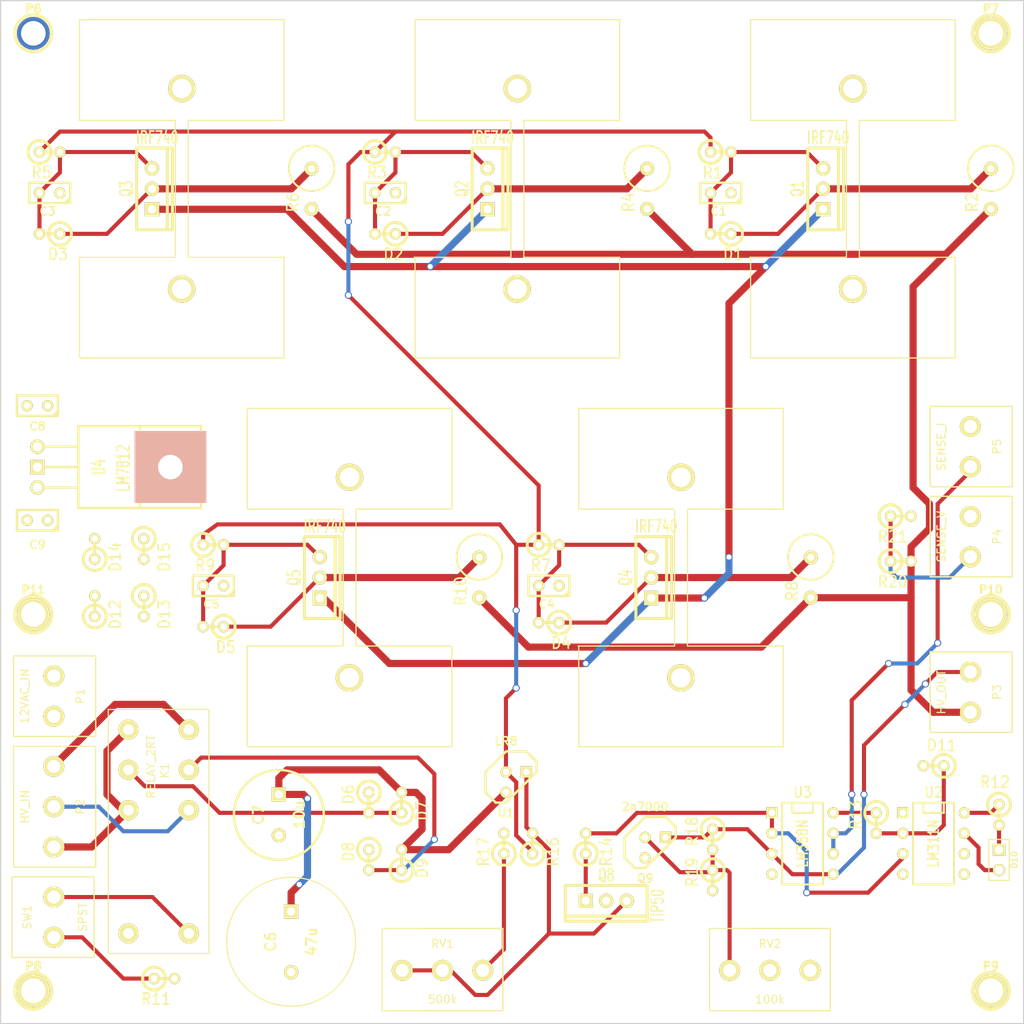
<source format=kicad_pcb>
(kicad_pcb (version 3) (host pcbnew "(2013-mar-13)-testing")

  (general
    (links 139)
    (no_connects 43)
    (area 132.512999 21.768999 259.663001 148.919001)
    (thickness 1.6)
    (drawings 4)
    (tracks 246)
    (zones 0)
    (modules 70)
    (nets 39)
  )

  (page A4)
  (title_block
    (title "High-Voltage, Current-Limited, Adjustable Bench Supply")
  )

  (layers
    (15 F.Cu signal)
    (0 B.Cu signal)
    (16 B.Adhes user)
    (17 F.Adhes user)
    (18 B.Paste user)
    (19 F.Paste user)
    (20 B.SilkS user)
    (21 F.SilkS user)
    (22 B.Mask user)
    (23 F.Mask user)
    (24 Dwgs.User user)
    (25 Cmts.User user)
    (26 Eco1.User user)
    (27 Eco2.User user)
    (28 Edge.Cuts user)
  )

  (setup
    (last_trace_width 0.508)
    (trace_clearance 0.254)
    (zone_clearance 0.508)
    (zone_45_only no)
    (trace_min 0.254)
    (segment_width 0.2)
    (edge_width 0.15)
    (via_size 0.889)
    (via_drill 0.635)
    (via_min_size 0.889)
    (via_min_drill 0.508)
    (uvia_size 0.508)
    (uvia_drill 0.127)
    (uvias_allowed no)
    (uvia_min_size 0.508)
    (uvia_min_drill 0.127)
    (pcb_text_width 0.3)
    (pcb_text_size 1.5 1.5)
    (mod_edge_width 0.15)
    (mod_text_size 1.5 1.5)
    (mod_text_width 0.15)
    (pad_size 4.064 4.064)
    (pad_drill 3.048)
    (pad_to_mask_clearance 0.2)
    (aux_axis_origin 0 0)
    (visible_elements FFFFE77F)
    (pcbplotparams
      (layerselection 3178497)
      (usegerberextensions false)
      (excludeedgelayer true)
      (linewidth 0.100000)
      (plotframeref false)
      (viasonmask false)
      (mode 1)
      (useauxorigin false)
      (hpglpennumber 1)
      (hpglpenspeed 20)
      (hpglpendiameter 15)
      (hpglpenoverlay 2)
      (psnegative false)
      (psa4output false)
      (plotreference true)
      (plotvalue true)
      (plotothertext true)
      (plotinvisibletext false)
      (padsonsilk false)
      (subtractmaskfromsilk false)
      (outputformat 5)
      (mirror false)
      (drillshape 0)
      (scaleselection 1)
      (outputdirectory ""))
  )

  (net 0 "")
  (net 1 +12V)
  (net 2 /12VAC_IN)
  (net 3 /HV_IN_HI)
  (net 4 /HV_IN_LO)
  (net 5 /HV_OUT)
  (net 6 /HV_UNREG)
  (net 7 /SENSE_I)
  (net 8 /SENSE_V)
  (net 9 GND)
  (net 10 N-000001)
  (net 11 N-0000010)
  (net 12 N-0000011)
  (net 13 N-0000013)
  (net 14 N-0000014)
  (net 15 N-0000015)
  (net 16 N-0000016)
  (net 17 N-0000017)
  (net 18 N-0000018)
  (net 19 N-0000019)
  (net 20 N-000002)
  (net 21 N-0000020)
  (net 22 N-0000022)
  (net 23 N-0000023)
  (net 24 N-0000024)
  (net 25 N-0000025)
  (net 26 N-0000026)
  (net 27 N-0000028)
  (net 28 N-000003)
  (net 29 N-0000030)
  (net 30 N-0000031)
  (net 31 N-0000032)
  (net 32 N-0000033)
  (net 33 N-000004)
  (net 34 N-000005)
  (net 35 N-000006)
  (net 36 N-000007)
  (net 37 N-000008)
  (net 38 N-000009)

  (net_class Default "This is the default net class."
    (clearance 0.254)
    (trace_width 0.508)
    (via_dia 0.889)
    (via_drill 0.635)
    (uvia_dia 0.508)
    (uvia_drill 0.127)
    (add_net "")
    (add_net +12V)
    (add_net /12VAC_IN)
    (add_net /SENSE_I)
    (add_net /SENSE_V)
    (add_net GND)
    (add_net N-000001)
    (add_net N-0000011)
    (add_net N-0000013)
    (add_net N-0000016)
    (add_net N-0000017)
    (add_net N-0000018)
    (add_net N-0000019)
    (add_net N-000002)
    (add_net N-0000020)
    (add_net N-0000022)
    (add_net N-0000023)
    (add_net N-0000024)
    (add_net N-0000025)
    (add_net N-0000026)
    (add_net N-0000028)
    (add_net N-000003)
    (add_net N-0000030)
    (add_net N-0000031)
    (add_net N-0000032)
    (add_net N-0000033)
    (add_net N-000004)
    (add_net N-000006)
    (add_net N-000008)
    (add_net N-000009)
  )

  (net_class HV ""
    (clearance 0.254)
    (trace_width 0.889)
    (via_dia 0.889)
    (via_drill 0.635)
    (uvia_dia 0.508)
    (uvia_drill 0.127)
    (add_net /HV_IN_HI)
    (add_net /HV_IN_LO)
    (add_net /HV_OUT)
    (add_net /HV_UNREG)
    (add_net N-0000010)
    (add_net N-0000014)
    (add_net N-0000015)
    (add_net N-000005)
    (add_net N-000007)
  )

  (module C1 (layer F.Cu) (tedit 3F92C496) (tstamp 51FABD91)
    (at 221.996 45.72 180)
    (descr "Condensateur e = 1 pas")
    (tags C)
    (path /51B4E3A2)
    (fp_text reference C1 (at 0.254 -2.286 180) (layer F.SilkS)
      (effects (font (size 1.016 1.016) (thickness 0.2032)))
    )
    (fp_text value .01 (at 0 -2.286 180) (layer F.SilkS) hide
      (effects (font (size 1.016 1.016) (thickness 0.2032)))
    )
    (fp_line (start -2.4892 -1.27) (end 2.54 -1.27) (layer F.SilkS) (width 0.3048))
    (fp_line (start 2.54 -1.27) (end 2.54 1.27) (layer F.SilkS) (width 0.3048))
    (fp_line (start 2.54 1.27) (end -2.54 1.27) (layer F.SilkS) (width 0.3048))
    (fp_line (start -2.54 1.27) (end -2.54 -1.27) (layer F.SilkS) (width 0.3048))
    (fp_line (start -2.54 -0.635) (end -1.905 -1.27) (layer F.SilkS) (width 0.3048))
    (pad 1 thru_hole circle (at -1.27 0 180) (size 1.397 1.397) (drill 0.8128)
      (layers *.Cu *.Mask F.SilkS)
      (net 9 GND)
    )
    (pad 2 thru_hole circle (at 1.27 0 180) (size 1.397 1.397) (drill 0.8128)
      (layers *.Cu *.Mask F.SilkS)
      (net 10 N-000001)
    )
    (model discret/capa_1_pas.wrl
      (at (xyz 0 0 0))
      (scale (xyz 1 1 1))
      (rotate (xyz 0 0 0))
    )
  )

  (module C1 (layer F.Cu) (tedit 3F92C496) (tstamp 51FABD9C)
    (at 180.34 45.72 180)
    (descr "Condensateur e = 1 pas")
    (tags C)
    (path /51B4E34E)
    (fp_text reference C2 (at 0.254 -2.286 180) (layer F.SilkS)
      (effects (font (size 1.016 1.016) (thickness 0.2032)))
    )
    (fp_text value .01 (at 0 -2.286 180) (layer F.SilkS) hide
      (effects (font (size 1.016 1.016) (thickness 0.2032)))
    )
    (fp_line (start -2.4892 -1.27) (end 2.54 -1.27) (layer F.SilkS) (width 0.3048))
    (fp_line (start 2.54 -1.27) (end 2.54 1.27) (layer F.SilkS) (width 0.3048))
    (fp_line (start 2.54 1.27) (end -2.54 1.27) (layer F.SilkS) (width 0.3048))
    (fp_line (start -2.54 1.27) (end -2.54 -1.27) (layer F.SilkS) (width 0.3048))
    (fp_line (start -2.54 -0.635) (end -1.905 -1.27) (layer F.SilkS) (width 0.3048))
    (pad 1 thru_hole circle (at -1.27 0 180) (size 1.397 1.397) (drill 0.8128)
      (layers *.Cu *.Mask F.SilkS)
      (net 9 GND)
    )
    (pad 2 thru_hole circle (at 1.27 0 180) (size 1.397 1.397) (drill 0.8128)
      (layers *.Cu *.Mask F.SilkS)
      (net 20 N-000002)
    )
    (model discret/capa_1_pas.wrl
      (at (xyz 0 0 0))
      (scale (xyz 1 1 1))
      (rotate (xyz 0 0 0))
    )
  )

  (module C1 (layer F.Cu) (tedit 3F92C496) (tstamp 51FABDA7)
    (at 138.684 45.72 180)
    (descr "Condensateur e = 1 pas")
    (tags C)
    (path /51950C9F)
    (fp_text reference C3 (at 0.254 -2.286 180) (layer F.SilkS)
      (effects (font (size 1.016 1.016) (thickness 0.2032)))
    )
    (fp_text value .01 (at 0 -2.286 180) (layer F.SilkS) hide
      (effects (font (size 1.016 1.016) (thickness 0.2032)))
    )
    (fp_line (start -2.4892 -1.27) (end 2.54 -1.27) (layer F.SilkS) (width 0.3048))
    (fp_line (start 2.54 -1.27) (end 2.54 1.27) (layer F.SilkS) (width 0.3048))
    (fp_line (start 2.54 1.27) (end -2.54 1.27) (layer F.SilkS) (width 0.3048))
    (fp_line (start -2.54 1.27) (end -2.54 -1.27) (layer F.SilkS) (width 0.3048))
    (fp_line (start -2.54 -0.635) (end -1.905 -1.27) (layer F.SilkS) (width 0.3048))
    (pad 1 thru_hole circle (at -1.27 0 180) (size 1.397 1.397) (drill 0.8128)
      (layers *.Cu *.Mask F.SilkS)
      (net 9 GND)
    )
    (pad 2 thru_hole circle (at 1.27 0 180) (size 1.397 1.397) (drill 0.8128)
      (layers *.Cu *.Mask F.SilkS)
      (net 38 N-000009)
    )
    (model discret/capa_1_pas.wrl
      (at (xyz 0 0 0))
      (scale (xyz 1 1 1))
      (rotate (xyz 0 0 0))
    )
  )

  (module C1 (layer F.Cu) (tedit 3F92C496) (tstamp 51FABDB2)
    (at 200.66 94.488 180)
    (descr "Condensateur e = 1 pas")
    (tags C)
    (path /51950C90)
    (fp_text reference C4 (at 0.254 -2.286 180) (layer F.SilkS)
      (effects (font (size 1.016 1.016) (thickness 0.2032)))
    )
    (fp_text value .01 (at 0 -2.286 180) (layer F.SilkS) hide
      (effects (font (size 1.016 1.016) (thickness 0.2032)))
    )
    (fp_line (start -2.4892 -1.27) (end 2.54 -1.27) (layer F.SilkS) (width 0.3048))
    (fp_line (start 2.54 -1.27) (end 2.54 1.27) (layer F.SilkS) (width 0.3048))
    (fp_line (start 2.54 1.27) (end -2.54 1.27) (layer F.SilkS) (width 0.3048))
    (fp_line (start -2.54 1.27) (end -2.54 -1.27) (layer F.SilkS) (width 0.3048))
    (fp_line (start -2.54 -0.635) (end -1.905 -1.27) (layer F.SilkS) (width 0.3048))
    (pad 1 thru_hole circle (at -1.27 0 180) (size 1.397 1.397) (drill 0.8128)
      (layers *.Cu *.Mask F.SilkS)
      (net 9 GND)
    )
    (pad 2 thru_hole circle (at 1.27 0 180) (size 1.397 1.397) (drill 0.8128)
      (layers *.Cu *.Mask F.SilkS)
      (net 37 N-000008)
    )
    (model discret/capa_1_pas.wrl
      (at (xyz 0 0 0))
      (scale (xyz 1 1 1))
      (rotate (xyz 0 0 0))
    )
  )

  (module C1 (layer F.Cu) (tedit 3F92C496) (tstamp 51FABDBD)
    (at 159.004 94.488 180)
    (descr "Condensateur e = 1 pas")
    (tags C)
    (path /51950CAE)
    (fp_text reference C5 (at 0.254 -2.286 180) (layer F.SilkS)
      (effects (font (size 1.016 1.016) (thickness 0.2032)))
    )
    (fp_text value .01 (at 0 -2.286 180) (layer F.SilkS) hide
      (effects (font (size 1.016 1.016) (thickness 0.2032)))
    )
    (fp_line (start -2.4892 -1.27) (end 2.54 -1.27) (layer F.SilkS) (width 0.3048))
    (fp_line (start 2.54 -1.27) (end 2.54 1.27) (layer F.SilkS) (width 0.3048))
    (fp_line (start 2.54 1.27) (end -2.54 1.27) (layer F.SilkS) (width 0.3048))
    (fp_line (start -2.54 1.27) (end -2.54 -1.27) (layer F.SilkS) (width 0.3048))
    (fp_line (start -2.54 -0.635) (end -1.905 -1.27) (layer F.SilkS) (width 0.3048))
    (pad 1 thru_hole circle (at -1.27 0 180) (size 1.397 1.397) (drill 0.8128)
      (layers *.Cu *.Mask F.SilkS)
      (net 9 GND)
    )
    (pad 2 thru_hole circle (at 1.27 0 180) (size 1.397 1.397) (drill 0.8128)
      (layers *.Cu *.Mask F.SilkS)
      (net 35 N-000006)
    )
    (model discret/capa_1_pas.wrl
      (at (xyz 0 0 0))
      (scale (xyz 1 1 1))
      (rotate (xyz 0 0 0))
    )
  )

  (module CP7P5X16 (layer F.Cu) (tedit 5194677D) (tstamp 51FABDC4)
    (at 168.656 138.684 270)
    (descr "Condensateur polarise")
    (tags CP)
    (path /518B20BA)
    (fp_text reference C6 (at 0 2.54 270) (layer F.SilkS)
      (effects (font (size 1.27 1.27) (thickness 0.254)))
    )
    (fp_text value 47u (at 0 -2.54 270) (layer F.SilkS)
      (effects (font (size 1.27 1.27) (thickness 0.254)))
    )
    (fp_circle (center 0 0) (end 8 0) (layer F.SilkS) (width 0.15))
    (pad 1 thru_hole rect (at -3.75 0 270) (size 1.778 1.778) (drill 1.016)
      (layers *.Cu *.Mask F.SilkS)
      (net 6 /HV_UNREG)
    )
    (pad 2 thru_hole circle (at 3.775 0 270) (size 1.778 1.778) (drill 1.016)
      (layers *.Cu *.Mask F.SilkS)
      (net 9 GND)
    )
    (model discret/c_vert_c2v10.wrl
      (at (xyz 0 0 0))
      (scale (xyz 1 1 1))
      (rotate (xyz 0 0 0))
    )
  )

  (module C2V10 (layer F.Cu) (tedit 41854742) (tstamp 51FABDCB)
    (at 167.132 122.936 270)
    (descr "Condensateur polarise")
    (tags CP)
    (path /518B20C9)
    (fp_text reference C7 (at 0 2.54 270) (layer F.SilkS)
      (effects (font (size 1.27 1.27) (thickness 0.254)))
    )
    (fp_text value 10u (at 0 -2.54 270) (layer F.SilkS)
      (effects (font (size 1.27 1.27) (thickness 0.254)))
    )
    (fp_circle (center 0 0) (end 4.826 -2.794) (layer F.SilkS) (width 0.3048))
    (pad 1 thru_hole rect (at -2.54 0 270) (size 1.778 1.778) (drill 1.016)
      (layers *.Cu *.Mask F.SilkS)
      (net 6 /HV_UNREG)
    )
    (pad 2 thru_hole circle (at 2.54 0 270) (size 1.778 1.778) (drill 1.016)
      (layers *.Cu *.Mask F.SilkS)
      (net 9 GND)
    )
    (model discret/c_vert_c2v10.wrl
      (at (xyz 0 0 0))
      (scale (xyz 1 1 1))
      (rotate (xyz 0 0 0))
    )
  )

  (module C1 (layer F.Cu) (tedit 51FAE0CD) (tstamp 51FABDD6)
    (at 137.16 72.136 180)
    (descr "Condensateur e = 1 pas")
    (tags C)
    (path /51EE1199)
    (fp_text reference C8 (at 0 -2.54 180) (layer F.SilkS)
      (effects (font (size 1.016 1.016) (thickness 0.2032)))
    )
    (fp_text value 0.33u (at 0 -2.286 180) (layer F.SilkS) hide
      (effects (font (size 1.016 1.016) (thickness 0.2032)))
    )
    (fp_line (start -2.4892 -1.27) (end 2.54 -1.27) (layer F.SilkS) (width 0.3048))
    (fp_line (start 2.54 -1.27) (end 2.54 1.27) (layer F.SilkS) (width 0.3048))
    (fp_line (start 2.54 1.27) (end -2.54 1.27) (layer F.SilkS) (width 0.3048))
    (fp_line (start -2.54 1.27) (end -2.54 -1.27) (layer F.SilkS) (width 0.3048))
    (fp_line (start -2.54 -0.635) (end -1.905 -1.27) (layer F.SilkS) (width 0.3048))
    (pad 1 thru_hole circle (at -1.27 0 180) (size 1.397 1.397) (drill 0.8128)
      (layers *.Cu *.Mask F.SilkS)
      (net 19 N-0000019)
    )
    (pad 2 thru_hole circle (at 1.27 0 180) (size 1.397 1.397) (drill 0.8128)
      (layers *.Cu *.Mask F.SilkS)
      (net 9 GND)
    )
    (model discret/capa_1_pas.wrl
      (at (xyz 0 0 0))
      (scale (xyz 1 1 1))
      (rotate (xyz 0 0 0))
    )
  )

  (module C1 (layer F.Cu) (tedit 51FAE0DF) (tstamp 51FABDE1)
    (at 137.16 86.36 180)
    (descr "Condensateur e = 1 pas")
    (tags C)
    (path /51EE11A6)
    (fp_text reference C9 (at 0 -3.048 180) (layer F.SilkS)
      (effects (font (size 1.016 1.016) (thickness 0.2032)))
    )
    (fp_text value 0.1u (at 0 -2.286 180) (layer F.SilkS) hide
      (effects (font (size 1.016 1.016) (thickness 0.2032)))
    )
    (fp_line (start -2.4892 -1.27) (end 2.54 -1.27) (layer F.SilkS) (width 0.3048))
    (fp_line (start 2.54 -1.27) (end 2.54 1.27) (layer F.SilkS) (width 0.3048))
    (fp_line (start 2.54 1.27) (end -2.54 1.27) (layer F.SilkS) (width 0.3048))
    (fp_line (start -2.54 1.27) (end -2.54 -1.27) (layer F.SilkS) (width 0.3048))
    (fp_line (start -2.54 -0.635) (end -1.905 -1.27) (layer F.SilkS) (width 0.3048))
    (pad 1 thru_hole circle (at -1.27 0 180) (size 1.397 1.397) (drill 0.8128)
      (layers *.Cu *.Mask F.SilkS)
      (net 1 +12V)
    )
    (pad 2 thru_hole circle (at 1.27 0 180) (size 1.397 1.397) (drill 0.8128)
      (layers *.Cu *.Mask F.SilkS)
      (net 9 GND)
    )
    (model discret/capa_1_pas.wrl
      (at (xyz 0 0 0))
      (scale (xyz 1 1 1))
      (rotate (xyz 0 0 0))
    )
  )

  (module R1 (layer F.Cu) (tedit 51FB0656) (tstamp 51FABDE9)
    (at 221.996 50.8 180)
    (descr "Resistance verticale")
    (tags R)
    (path /51B4E39C)
    (autoplace_cost90 10)
    (autoplace_cost180 10)
    (fp_text reference D1 (at -1.524 -2.54 180) (layer F.SilkS)
      (effects (font (size 1.397 1.27) (thickness 0.2032)))
    )
    (fp_text value "16V, 1.3W" (at -1.143 2.54 180) (layer F.SilkS) hide
      (effects (font (size 1.397 1.27) (thickness 0.2032)))
    )
    (fp_line (start -1.27 0) (end 1.27 0) (layer F.SilkS) (width 0.381))
    (fp_circle (center -1.27 0) (end -0.635 1.27) (layer F.SilkS) (width 0.381))
    (pad 1 thru_hole circle (at -1.27 0 180) (size 1.397 1.397) (drill 0.8128)
      (layers *.Cu *.Mask F.SilkS)
      (net 15 N-0000015)
    )
    (pad 2 thru_hole circle (at 1.27 0 180) (size 1.397 1.397) (drill 0.8128)
      (layers *.Cu *.Mask F.SilkS)
      (net 10 N-000001)
    )
    (model discret/verti_resistor.wrl
      (at (xyz 0 0 0))
      (scale (xyz 1 1 1))
      (rotate (xyz 0 0 0))
    )
  )

  (module R1 (layer F.Cu) (tedit 51FB064A) (tstamp 51FABDF1)
    (at 180.34 50.8 180)
    (descr "Resistance verticale")
    (tags R)
    (path /51B4E345)
    (autoplace_cost90 10)
    (autoplace_cost180 10)
    (fp_text reference D2 (at -1.016 -2.54 180) (layer F.SilkS)
      (effects (font (size 1.397 1.27) (thickness 0.2032)))
    )
    (fp_text value "16V, 1.3W" (at -1.143 2.54 180) (layer F.SilkS) hide
      (effects (font (size 1.397 1.27) (thickness 0.2032)))
    )
    (fp_line (start -1.27 0) (end 1.27 0) (layer F.SilkS) (width 0.381))
    (fp_circle (center -1.27 0) (end -0.635 1.27) (layer F.SilkS) (width 0.381))
    (pad 1 thru_hole circle (at -1.27 0 180) (size 1.397 1.397) (drill 0.8128)
      (layers *.Cu *.Mask F.SilkS)
      (net 14 N-0000014)
    )
    (pad 2 thru_hole circle (at 1.27 0 180) (size 1.397 1.397) (drill 0.8128)
      (layers *.Cu *.Mask F.SilkS)
      (net 20 N-000002)
    )
    (model discret/verti_resistor.wrl
      (at (xyz 0 0 0))
      (scale (xyz 1 1 1))
      (rotate (xyz 0 0 0))
    )
  )

  (module R1 (layer F.Cu) (tedit 51FB0670) (tstamp 51FABDF9)
    (at 138.684 50.8 180)
    (descr "Resistance verticale")
    (tags R)
    (path /518B2025)
    (autoplace_cost90 10)
    (autoplace_cost180 10)
    (fp_text reference D3 (at -1.016 -2.54 180) (layer F.SilkS)
      (effects (font (size 1.397 1.27) (thickness 0.2032)))
    )
    (fp_text value "16V, 1.3W" (at -1.143 2.54 180) (layer F.SilkS) hide
      (effects (font (size 1.397 1.27) (thickness 0.2032)))
    )
    (fp_line (start -1.27 0) (end 1.27 0) (layer F.SilkS) (width 0.381))
    (fp_circle (center -1.27 0) (end -0.635 1.27) (layer F.SilkS) (width 0.381))
    (pad 1 thru_hole circle (at -1.27 0 180) (size 1.397 1.397) (drill 0.8128)
      (layers *.Cu *.Mask F.SilkS)
      (net 11 N-0000010)
    )
    (pad 2 thru_hole circle (at 1.27 0 180) (size 1.397 1.397) (drill 0.8128)
      (layers *.Cu *.Mask F.SilkS)
      (net 38 N-000009)
    )
    (model discret/verti_resistor.wrl
      (at (xyz 0 0 0))
      (scale (xyz 1 1 1))
      (rotate (xyz 0 0 0))
    )
  )

  (module R1 (layer F.Cu) (tedit 51FB06F3) (tstamp 51FABE01)
    (at 200.66 99.06 180)
    (descr "Resistance verticale")
    (tags R)
    (path /518B1FEE)
    (autoplace_cost90 10)
    (autoplace_cost180 10)
    (fp_text reference D4 (at -1.524 -2.54 180) (layer F.SilkS)
      (effects (font (size 1.397 1.27) (thickness 0.2032)))
    )
    (fp_text value "16V, 1.3W" (at -1.143 2.54 180) (layer F.SilkS) hide
      (effects (font (size 1.397 1.27) (thickness 0.2032)))
    )
    (fp_line (start -1.27 0) (end 1.27 0) (layer F.SilkS) (width 0.381))
    (fp_circle (center -1.27 0) (end -0.635 1.27) (layer F.SilkS) (width 0.381))
    (pad 1 thru_hole circle (at -1.27 0 180) (size 1.397 1.397) (drill 0.8128)
      (layers *.Cu *.Mask F.SilkS)
      (net 36 N-000007)
    )
    (pad 2 thru_hole circle (at 1.27 0 180) (size 1.397 1.397) (drill 0.8128)
      (layers *.Cu *.Mask F.SilkS)
      (net 37 N-000008)
    )
    (model discret/verti_resistor.wrl
      (at (xyz 0 0 0))
      (scale (xyz 1 1 1))
      (rotate (xyz 0 0 0))
    )
  )

  (module R1 (layer F.Cu) (tedit 51FB070C) (tstamp 51FABE09)
    (at 159.004 99.568 180)
    (descr "Resistance verticale")
    (tags R)
    (path /518B2016)
    (autoplace_cost90 10)
    (autoplace_cost180 10)
    (fp_text reference D5 (at -1.524 -2.54 180) (layer F.SilkS)
      (effects (font (size 1.397 1.27) (thickness 0.2032)))
    )
    (fp_text value "16V, 1.3W" (at -1.143 2.54 180) (layer F.SilkS) hide
      (effects (font (size 1.397 1.27) (thickness 0.2032)))
    )
    (fp_line (start -1.27 0) (end 1.27 0) (layer F.SilkS) (width 0.381))
    (fp_circle (center -1.27 0) (end -0.635 1.27) (layer F.SilkS) (width 0.381))
    (pad 1 thru_hole circle (at -1.27 0 180) (size 1.397 1.397) (drill 0.8128)
      (layers *.Cu *.Mask F.SilkS)
      (net 34 N-000005)
    )
    (pad 2 thru_hole circle (at 1.27 0 180) (size 1.397 1.397) (drill 0.8128)
      (layers *.Cu *.Mask F.SilkS)
      (net 35 N-000006)
    )
    (model discret/verti_resistor.wrl
      (at (xyz 0 0 0))
      (scale (xyz 1 1 1))
      (rotate (xyz 0 0 0))
    )
  )

  (module PIN_ARRAY_2X1 (layer F.Cu) (tedit 4565C520) (tstamp 51FABE53)
    (at 256.54 128.524 270)
    (descr "Connecteurs 2 pins")
    (tags "CONN DEV")
    (path /51E03064)
    (fp_text reference D10 (at 0 -1.905 270) (layer F.SilkS)
      (effects (font (size 0.762 0.762) (thickness 0.1524)))
    )
    (fp_text value LED (at 0 -1.905 270) (layer F.SilkS) hide
      (effects (font (size 0.762 0.762) (thickness 0.1524)))
    )
    (fp_line (start -2.54 1.27) (end -2.54 -1.27) (layer F.SilkS) (width 0.1524))
    (fp_line (start -2.54 -1.27) (end 2.54 -1.27) (layer F.SilkS) (width 0.1524))
    (fp_line (start 2.54 -1.27) (end 2.54 1.27) (layer F.SilkS) (width 0.1524))
    (fp_line (start 2.54 1.27) (end -2.54 1.27) (layer F.SilkS) (width 0.1524))
    (pad 1 thru_hole rect (at -1.27 0 270) (size 1.524 1.524) (drill 1.016)
      (layers *.Cu *.Mask F.SilkS)
      (net 28 N-000003)
    )
    (pad 2 thru_hole circle (at 1.27 0 270) (size 1.524 1.524) (drill 1.016)
      (layers *.Cu *.Mask F.SilkS)
      (net 22 N-0000022)
    )
    (model pin_array/pins_array_2x1.wrl
      (at (xyz 0 0 0))
      (scale (xyz 1 1 1))
      (rotate (xyz 0 0 0))
    )
  )

  (module R1 (layer F.Cu) (tedit 200000) (tstamp 51FABE5B)
    (at 248.412 116.84 180)
    (descr "Resistance verticale")
    (tags R)
    (path /51ED7322)
    (autoplace_cost90 10)
    (autoplace_cost180 10)
    (fp_text reference D11 (at -1.016 2.54 180) (layer F.SilkS)
      (effects (font (size 1.397 1.27) (thickness 0.2032)))
    )
    (fp_text value 1N914 (at -1.143 2.54 180) (layer F.SilkS) hide
      (effects (font (size 1.397 1.27) (thickness 0.2032)))
    )
    (fp_line (start -1.27 0) (end 1.27 0) (layer F.SilkS) (width 0.381))
    (fp_circle (center -1.27 0) (end -0.635 1.27) (layer F.SilkS) (width 0.381))
    (pad 1 thru_hole circle (at -1.27 0 180) (size 1.397 1.397) (drill 0.8128)
      (layers *.Cu *.Mask F.SilkS)
      (net 24 N-0000024)
    )
    (pad 2 thru_hole circle (at 1.27 0 180) (size 1.397 1.397) (drill 0.8128)
      (layers *.Cu *.Mask F.SilkS)
      (net 9 GND)
    )
    (model discret/verti_resistor.wrl
      (at (xyz 0 0 0))
      (scale (xyz 1 1 1))
      (rotate (xyz 0 0 0))
    )
  )

  (module RTE25012 (layer F.Cu) (tedit 51971474) (tstamp 51FABEAB)
    (at 155.956 117.348 90)
    (path /518BCA59)
    (fp_text reference K1 (at -0.1 -3 90) (layer F.SilkS)
      (effects (font (size 1 1) (thickness 0.15)))
    )
    (fp_text value RELAY_2RT (at 0.4 -4.7 90) (layer F.SilkS)
      (effects (font (size 1 1) (thickness 0.15)))
    )
    (fp_line (start -22.8 -10) (end 7.5 -10) (layer F.SilkS) (width 0.15))
    (fp_line (start 7.5 -10) (end 7.5 2.5) (layer F.SilkS) (width 0.15))
    (fp_line (start 7.5 2.5) (end -22.8 2.5) (layer F.SilkS) (width 0.15))
    (fp_line (start -22.8 2.5) (end -22.8 -10) (layer F.SilkS) (width 0.15))
    (pad 5 thru_hole circle (at 0 0 90) (size 2.5 2.5) (drill 1.3)
      (layers *.Cu *.Mask F.SilkS)
      (net 32 N-0000033)
    )
    (pad 12 thru_hole circle (at 0 -7.5 90) (size 2.5 2.5) (drill 1.3)
      (layers *.Cu *.Mask F.SilkS)
      (net 12 N-0000011)
    )
    (pad 1 thru_hole circle (at 5 0 90) (size 2.5 2.5) (drill 1.3)
      (layers *.Cu *.Mask F.SilkS)
      (net 4 /HV_IN_LO)
    )
    (pad 16 thru_hole circle (at 5 -7.5 90) (size 2.5 2.5) (drill 1.3)
      (layers *.Cu *.Mask F.SilkS)
      (net 3 /HV_IN_HI)
    )
    (pad 3 thru_hole circle (at -5 0 90) (size 2.5 2.5) (drill 1.3)
      (layers *.Cu *.Mask F.SilkS)
      (net 13 N-0000013)
    )
    (pad 14 thru_hole circle (at -5 -7.5 90) (size 2.5 2.5) (drill 1.3)
      (layers *.Cu *.Mask F.SilkS)
      (net 3 /HV_IN_HI)
    )
    (pad 9 thru_hole circle (at -20.3 0 90) (size 2.5 2.5) (drill 1.3)
      (layers *.Cu *.Mask F.SilkS)
      (net 33 N-000004)
    )
    (pad 8 thru_hole circle (at -20.3 -7.5 90) (size 2.5 2.5) (drill 1.3)
      (layers *.Cu *.Mask F.SilkS)
      (net 1 +12V)
    )
  )

  (module RJ128-5.0-2 (layer F.Cu) (tedit 51B69C15) (tstamp 51FABEBB)
    (at 139.192 108.204 90)
    (path /51D850AC)
    (fp_text reference P1 (at 0 3.3 90) (layer F.SilkS)
      (effects (font (size 1 1) (thickness 0.15)))
    )
    (fp_text value 12VAC_IN (at 0 -3.6 90) (layer F.SilkS)
      (effects (font (size 1 1) (thickness 0.15)))
    )
    (fp_line (start -5 5.2) (end -5 -4.9) (layer F.SilkS) (width 0.15))
    (fp_line (start 5 5.2) (end -5 5.2) (layer F.SilkS) (width 0.15))
    (fp_line (start 5 -5) (end 5 5.2) (layer F.SilkS) (width 0.15))
    (fp_line (start -5 -5) (end 5 -5) (layer F.SilkS) (width 0.15))
    (fp_line (start -5 -5) (end 5 -5) (layer F.SilkS) (width 0.15))
    (fp_line (start 5 -5) (end 5 5.2) (layer F.SilkS) (width 0.15))
    (fp_line (start 5 5.2) (end -5 5.2) (layer F.SilkS) (width 0.15))
    (fp_line (start -5 5.2) (end -5 -4.9) (layer F.SilkS) (width 0.15))
    (pad 2 thru_hole circle (at 2.5 0 90) (size 2.6 2.6) (drill 1.6)
      (layers *.Cu *.Mask F.SilkS)
      (net 23 N-0000023)
    )
    (pad 1 thru_hole circle (at -2.5 0 90) (size 2.6 2.6) (drill 1.6)
      (layers *.Cu *.Mask F.SilkS)
      (net 2 /12VAC_IN)
    )
    (pad 1 thru_hole circle (at -2.5 0 90) (size 2.6 2.6) (drill 1.6)
      (layers *.Cu *.Mask F.SilkS)
      (net 2 /12VAC_IN)
    )
    (pad 2 thru_hole circle (at 2.5 0 90) (size 2.6 2.6) (drill 1.6)
      (layers *.Cu *.Mask F.SilkS)
      (net 23 N-0000023)
    )
  )

  (module RJ128-5.0-3 (layer F.Cu) (tedit 51B69D57) (tstamp 51FABECD)
    (at 139.192 121.92 90)
    (path /51D85188)
    (fp_text reference P2 (at 0 3.3 90) (layer F.SilkS)
      (effects (font (size 1 1) (thickness 0.15)))
    )
    (fp_text value HV_IN (at 0 -3.6 90) (layer F.SilkS)
      (effects (font (size 1 1) (thickness 0.15)))
    )
    (fp_line (start 2.5 -5) (end 7.5 -5) (layer F.SilkS) (width 0.15))
    (fp_line (start 7.5 -5) (end 7.5 5.2) (layer F.SilkS) (width 0.15))
    (fp_line (start 7.5 5.2) (end 2.5 5.2) (layer F.SilkS) (width 0.15))
    (fp_line (start -7.5 5.2) (end -7.5 -4.9) (layer F.SilkS) (width 0.15))
    (fp_line (start 2.5 5.2) (end -7.5 5.2) (layer F.SilkS) (width 0.15))
    (fp_line (start -7.5 -5) (end 2.5 -5) (layer F.SilkS) (width 0.15))
    (fp_line (start -7.5 -5) (end 2.5 -5) (layer F.SilkS) (width 0.15))
    (fp_line (start 2.5 5.2) (end -7.5 5.2) (layer F.SilkS) (width 0.15))
    (fp_line (start -7.5 5.2) (end -7.5 -4.9) (layer F.SilkS) (width 0.15))
    (pad 2 thru_hole circle (at 0 0 90) (size 2.6 2.6) (drill 1.6)
      (layers *.Cu *.Mask F.SilkS)
      (net 13 N-0000013)
    )
    (pad 1 thru_hole circle (at -5 0 90) (size 2.6 2.6) (drill 1.6)
      (layers *.Cu *.Mask F.SilkS)
      (net 3 /HV_IN_HI)
    )
    (pad 1 thru_hole circle (at -5 0 90) (size 2.6 2.6) (drill 1.6)
      (layers *.Cu *.Mask F.SilkS)
      (net 3 /HV_IN_HI)
    )
    (pad 2 thru_hole circle (at 0 0 90) (size 2.6 2.6) (drill 1.6)
      (layers *.Cu *.Mask F.SilkS)
      (net 13 N-0000013)
    )
    (pad 3 thru_hole circle (at 5 0 90) (size 2.6 2.6) (drill 1.6)
      (layers *.Cu *.Mask F.SilkS)
      (net 4 /HV_IN_LO)
    )
  )

  (module RJ128-5.0-2 (layer F.Cu) (tedit 51B69C15) (tstamp 51FABEDD)
    (at 252.984 107.696 90)
    (path /51D851D2)
    (fp_text reference P3 (at 0 3.3 90) (layer F.SilkS)
      (effects (font (size 1 1) (thickness 0.15)))
    )
    (fp_text value HV_OUT (at 0 -3.6 90) (layer F.SilkS)
      (effects (font (size 1 1) (thickness 0.15)))
    )
    (fp_line (start -5 5.2) (end -5 -4.9) (layer F.SilkS) (width 0.15))
    (fp_line (start 5 5.2) (end -5 5.2) (layer F.SilkS) (width 0.15))
    (fp_line (start 5 -5) (end 5 5.2) (layer F.SilkS) (width 0.15))
    (fp_line (start -5 -5) (end 5 -5) (layer F.SilkS) (width 0.15))
    (fp_line (start -5 -5) (end 5 -5) (layer F.SilkS) (width 0.15))
    (fp_line (start 5 -5) (end 5 5.2) (layer F.SilkS) (width 0.15))
    (fp_line (start 5 5.2) (end -5 5.2) (layer F.SilkS) (width 0.15))
    (fp_line (start -5 5.2) (end -5 -4.9) (layer F.SilkS) (width 0.15))
    (pad 2 thru_hole circle (at 2.5 0 90) (size 2.6 2.6) (drill 1.6)
      (layers *.Cu *.Mask F.SilkS)
      (net 27 N-0000028)
    )
    (pad 1 thru_hole circle (at -2.5 0 90) (size 2.6 2.6) (drill 1.6)
      (layers *.Cu *.Mask F.SilkS)
      (net 5 /HV_OUT)
    )
    (pad 1 thru_hole circle (at -2.5 0 90) (size 2.6 2.6) (drill 1.6)
      (layers *.Cu *.Mask F.SilkS)
      (net 5 /HV_OUT)
    )
    (pad 2 thru_hole circle (at 2.5 0 90) (size 2.6 2.6) (drill 1.6)
      (layers *.Cu *.Mask F.SilkS)
      (net 27 N-0000028)
    )
  )

  (module RJ128-5.0-2 (layer F.Cu) (tedit 51B69C15) (tstamp 51FABEED)
    (at 252.984 88.392 90)
    (path /51D851B9)
    (fp_text reference P4 (at 0 3.3 90) (layer F.SilkS)
      (effects (font (size 1 1) (thickness 0.15)))
    )
    (fp_text value SENSE_V (at 0 -3.6 90) (layer F.SilkS)
      (effects (font (size 1 1) (thickness 0.15)))
    )
    (fp_line (start -5 5.2) (end -5 -4.9) (layer F.SilkS) (width 0.15))
    (fp_line (start 5 5.2) (end -5 5.2) (layer F.SilkS) (width 0.15))
    (fp_line (start 5 -5) (end 5 5.2) (layer F.SilkS) (width 0.15))
    (fp_line (start -5 -5) (end 5 -5) (layer F.SilkS) (width 0.15))
    (fp_line (start -5 -5) (end 5 -5) (layer F.SilkS) (width 0.15))
    (fp_line (start 5 -5) (end 5 5.2) (layer F.SilkS) (width 0.15))
    (fp_line (start 5 5.2) (end -5 5.2) (layer F.SilkS) (width 0.15))
    (fp_line (start -5 5.2) (end -5 -4.9) (layer F.SilkS) (width 0.15))
    (pad 2 thru_hole circle (at 2.5 0 90) (size 2.6 2.6) (drill 1.6)
      (layers *.Cu *.Mask F.SilkS)
      (net 9 GND)
    )
    (pad 1 thru_hole circle (at -2.5 0 90) (size 2.6 2.6) (drill 1.6)
      (layers *.Cu *.Mask F.SilkS)
      (net 8 /SENSE_V)
    )
    (pad 1 thru_hole circle (at -2.5 0 90) (size 2.6 2.6) (drill 1.6)
      (layers *.Cu *.Mask F.SilkS)
      (net 8 /SENSE_V)
    )
    (pad 2 thru_hole circle (at 2.5 0 90) (size 2.6 2.6) (drill 1.6)
      (layers *.Cu *.Mask F.SilkS)
      (net 9 GND)
    )
  )

  (module RJ128-5.0-2 (layer F.Cu) (tedit 51B69C15) (tstamp 51FABEFD)
    (at 252.984 77.216 90)
    (path /51D851E1)
    (fp_text reference P5 (at 0 3.3 90) (layer F.SilkS)
      (effects (font (size 1 1) (thickness 0.15)))
    )
    (fp_text value SENSE_I (at 0 -3.6 90) (layer F.SilkS)
      (effects (font (size 1 1) (thickness 0.15)))
    )
    (fp_line (start -5 5.2) (end -5 -4.9) (layer F.SilkS) (width 0.15))
    (fp_line (start 5 5.2) (end -5 5.2) (layer F.SilkS) (width 0.15))
    (fp_line (start 5 -5) (end 5 5.2) (layer F.SilkS) (width 0.15))
    (fp_line (start -5 -5) (end 5 -5) (layer F.SilkS) (width 0.15))
    (fp_line (start -5 -5) (end 5 -5) (layer F.SilkS) (width 0.15))
    (fp_line (start 5 -5) (end 5 5.2) (layer F.SilkS) (width 0.15))
    (fp_line (start 5 5.2) (end -5 5.2) (layer F.SilkS) (width 0.15))
    (fp_line (start -5 5.2) (end -5 -4.9) (layer F.SilkS) (width 0.15))
    (pad 2 thru_hole circle (at 2.5 0 90) (size 2.6 2.6) (drill 1.6)
      (layers *.Cu *.Mask F.SilkS)
      (net 9 GND)
    )
    (pad 1 thru_hole circle (at -2.5 0 90) (size 2.6 2.6) (drill 1.6)
      (layers *.Cu *.Mask F.SilkS)
      (net 7 /SENSE_I)
    )
    (pad 1 thru_hole circle (at -2.5 0 90) (size 2.6 2.6) (drill 1.6)
      (layers *.Cu *.Mask F.SilkS)
      (net 7 /SENSE_I)
    )
    (pad 2 thru_hole circle (at 2.5 0 90) (size 2.6 2.6) (drill 1.6)
      (layers *.Cu *.Mask F.SilkS)
      (net 9 GND)
    )
  )

  (module 1pin (layer F.Cu) (tedit 51FAD514) (tstamp 51FABF03)
    (at 136.652 25.908)
    (descr "module 1 pin (ou trou mecanique de percage)")
    (tags DEV)
    (path /51D8A5A1)
    (fp_text reference P6 (at 0 -3.048) (layer F.SilkS)
      (effects (font (size 1.016 1.016) (thickness 0.254)))
    )
    (fp_text value CONN_1 (at 0 2.794) (layer F.SilkS) hide
      (effects (font (size 1.016 1.016) (thickness 0.254)))
    )
    (fp_circle (center 0 0) (end 0 -2.286) (layer F.SilkS) (width 0.381))
    (pad 1 thru_hole circle (at 0 0) (size 4.064 4.064) (drill 3.048)
      (layers *.Cu *.Mask)
      (net 9 GND)
    )
  )

  (module 1pin (layer F.Cu) (tedit 200000) (tstamp 51FABF09)
    (at 255.524 25.908)
    (descr "module 1 pin (ou trou mecanique de percage)")
    (tags DEV)
    (path /51D8A6A1)
    (fp_text reference P7 (at 0 -3.048) (layer F.SilkS)
      (effects (font (size 1.016 1.016) (thickness 0.254)))
    )
    (fp_text value CONN_1 (at 0 2.794) (layer F.SilkS) hide
      (effects (font (size 1.016 1.016) (thickness 0.254)))
    )
    (fp_circle (center 0 0) (end 0 -2.286) (layer F.SilkS) (width 0.381))
    (pad 1 thru_hole circle (at 0 0) (size 4.064 4.064) (drill 3.048)
      (layers *.Cu *.Mask F.SilkS)
      (net 9 GND)
    )
  )

  (module 1pin (layer F.Cu) (tedit 200000) (tstamp 51FABF0F)
    (at 136.652 144.78)
    (descr "module 1 pin (ou trou mecanique de percage)")
    (tags DEV)
    (path /51D8A6B0)
    (fp_text reference P8 (at 0 -3.048) (layer F.SilkS)
      (effects (font (size 1.016 1.016) (thickness 0.254)))
    )
    (fp_text value CONN_1 (at 0 2.794) (layer F.SilkS) hide
      (effects (font (size 1.016 1.016) (thickness 0.254)))
    )
    (fp_circle (center 0 0) (end 0 -2.286) (layer F.SilkS) (width 0.381))
    (pad 1 thru_hole circle (at 0 0) (size 4.064 4.064) (drill 3.048)
      (layers *.Cu *.Mask F.SilkS)
      (net 9 GND)
    )
  )

  (module 1pin (layer F.Cu) (tedit 200000) (tstamp 51FABF15)
    (at 255.524 144.78)
    (descr "module 1 pin (ou trou mecanique de percage)")
    (tags DEV)
    (path /51D8A6BF)
    (fp_text reference P9 (at 0 -3.048) (layer F.SilkS)
      (effects (font (size 1.016 1.016) (thickness 0.254)))
    )
    (fp_text value CONN_1 (at 0 2.794) (layer F.SilkS) hide
      (effects (font (size 1.016 1.016) (thickness 0.254)))
    )
    (fp_circle (center 0 0) (end 0 -2.286) (layer F.SilkS) (width 0.381))
    (pad 1 thru_hole circle (at 0 0) (size 4.064 4.064) (drill 3.048)
      (layers *.Cu *.Mask F.SilkS)
      (net 9 GND)
    )
  )

  (module 1pin (layer F.Cu) (tedit 200000) (tstamp 51FABF1B)
    (at 255.524 98.044)
    (descr "module 1 pin (ou trou mecanique de percage)")
    (tags DEV)
    (path /51D8C8F8)
    (fp_text reference P10 (at 0 -3.048) (layer F.SilkS)
      (effects (font (size 1.016 1.016) (thickness 0.254)))
    )
    (fp_text value CONN_1 (at 0 2.794) (layer F.SilkS) hide
      (effects (font (size 1.016 1.016) (thickness 0.254)))
    )
    (fp_circle (center 0 0) (end 0 -2.286) (layer F.SilkS) (width 0.381))
    (pad 1 thru_hole circle (at 0 0) (size 4.064 4.064) (drill 3.048)
      (layers *.Cu *.Mask F.SilkS)
      (net 9 GND)
    )
  )

  (module 1pin (layer F.Cu) (tedit 200000) (tstamp 51FABF21)
    (at 136.652 98.044)
    (descr "module 1 pin (ou trou mecanique de percage)")
    (tags DEV)
    (path /51D8C907)
    (fp_text reference P11 (at 0 -3.048) (layer F.SilkS)
      (effects (font (size 1.016 1.016) (thickness 0.254)))
    )
    (fp_text value CONN_1 (at 0 2.794) (layer F.SilkS) hide
      (effects (font (size 1.016 1.016) (thickness 0.254)))
    )
    (fp_circle (center 0 0) (end 0 -2.286) (layer F.SilkS) (width 0.381))
    (pad 1 thru_hole circle (at 0 0) (size 4.064 4.064) (drill 3.048)
      (layers *.Cu *.Mask F.SilkS)
      (net 9 GND)
    )
  )

  (module TO220_VERT_HEATSINK (layer F.Cu) (tedit 51D84E82) (tstamp 51FABF3D)
    (at 234.696 45.212)
    (descr "Regulateur TO220 serie LM78xx")
    (tags "TR TO220")
    (path /51B4E390)
    (fp_text reference Q1 (at -3.175 0 90) (layer F.SilkS)
      (effects (font (size 1.524 1.016) (thickness 0.2032)))
    )
    (fp_text value IRF740 (at 0.635 -6.35) (layer F.SilkS)
      (effects (font (size 1.524 1.016) (thickness 0.2032)))
    )
    (fp_line (start -9 8.5) (end -9 21) (layer F.SilkS) (width 0.15))
    (fp_line (start -9 21) (end 16.4 21) (layer F.SilkS) (width 0.15))
    (fp_line (start 16.4 21) (end 16.4 8.5) (layer F.SilkS) (width 0.15))
    (fp_line (start 16.4 8.5) (end 4.5 8.5) (layer F.SilkS) (width 0.15))
    (fp_line (start 4.5 8.5) (end 4.5 -8.5) (layer F.SilkS) (width 0.15))
    (fp_line (start 4.5 -8.5) (end 16.4 -8.5) (layer F.SilkS) (width 0.15))
    (fp_line (start 16.4 -8.5) (end 16.4 -21) (layer F.SilkS) (width 0.15))
    (fp_line (start 16.4 -21) (end -9 -21) (layer F.SilkS) (width 0.15))
    (fp_line (start -9 -21) (end -9 -8.5) (layer F.SilkS) (width 0.15))
    (fp_line (start -9 -8.5) (end 2.9 -8.5) (layer F.SilkS) (width 0.15))
    (fp_line (start 2.9 -8.5) (end 2.9 8.5) (layer F.SilkS) (width 0.15))
    (fp_line (start 2.8 8.5) (end -9.1 8.5) (layer F.SilkS) (width 0.15))
    (fp_line (start 1.905 -5.08) (end 2.54 -5.08) (layer F.SilkS) (width 0.381))
    (fp_line (start 2.54 -5.08) (end 2.54 5.08) (layer F.SilkS) (width 0.381))
    (fp_line (start 2.54 5.08) (end 1.905 5.08) (layer F.SilkS) (width 0.381))
    (fp_line (start -1.905 -5.08) (end 1.905 -5.08) (layer F.SilkS) (width 0.381))
    (fp_line (start 1.905 -5.08) (end 1.905 5.08) (layer F.SilkS) (width 0.381))
    (fp_line (start 1.905 5.08) (end -1.905 5.08) (layer F.SilkS) (width 0.381))
    (fp_line (start -1.905 5.08) (end -1.905 -5.08) (layer F.SilkS) (width 0.381))
    (pad 2 thru_hole circle (at 0 -2.54) (size 1.778 1.778) (drill 1.016)
      (layers *.Cu *.Mask F.SilkS)
      (net 10 N-000001)
    )
    (pad 3 thru_hole circle (at 0 0) (size 1.778 1.778) (drill 1.016)
      (layers *.Cu *.Mask F.SilkS)
      (net 15 N-0000015)
    )
    (pad 1 thru_hole rect (at 0 2.54) (size 1.778 1.778) (drill 1.016)
      (layers *.Cu *.Mask F.SilkS)
      (net 6 /HV_UNREG)
    )
    (pad "" thru_hole circle (at 3.7 -12.45) (size 3.4 3.4) (drill 2.4)
      (layers *.Cu *.Mask F.SilkS)
    )
    (pad "" thru_hole circle (at 3.675 12.45) (size 3.4 3.4) (drill 2.4)
      (layers *.Cu *.Mask F.SilkS)
    )
  )

  (module TO220_VERT_HEATSINK (layer F.Cu) (tedit 51D84E82) (tstamp 51FABF59)
    (at 193.04 45.212)
    (descr "Regulateur TO220 serie LM78xx")
    (tags "TR TO220")
    (path /51B4E32A)
    (fp_text reference Q2 (at -3.175 0 90) (layer F.SilkS)
      (effects (font (size 1.524 1.016) (thickness 0.2032)))
    )
    (fp_text value IRF740 (at 0.635 -6.35) (layer F.SilkS)
      (effects (font (size 1.524 1.016) (thickness 0.2032)))
    )
    (fp_line (start -9 8.5) (end -9 21) (layer F.SilkS) (width 0.15))
    (fp_line (start -9 21) (end 16.4 21) (layer F.SilkS) (width 0.15))
    (fp_line (start 16.4 21) (end 16.4 8.5) (layer F.SilkS) (width 0.15))
    (fp_line (start 16.4 8.5) (end 4.5 8.5) (layer F.SilkS) (width 0.15))
    (fp_line (start 4.5 8.5) (end 4.5 -8.5) (layer F.SilkS) (width 0.15))
    (fp_line (start 4.5 -8.5) (end 16.4 -8.5) (layer F.SilkS) (width 0.15))
    (fp_line (start 16.4 -8.5) (end 16.4 -21) (layer F.SilkS) (width 0.15))
    (fp_line (start 16.4 -21) (end -9 -21) (layer F.SilkS) (width 0.15))
    (fp_line (start -9 -21) (end -9 -8.5) (layer F.SilkS) (width 0.15))
    (fp_line (start -9 -8.5) (end 2.9 -8.5) (layer F.SilkS) (width 0.15))
    (fp_line (start 2.9 -8.5) (end 2.9 8.5) (layer F.SilkS) (width 0.15))
    (fp_line (start 2.8 8.5) (end -9.1 8.5) (layer F.SilkS) (width 0.15))
    (fp_line (start 1.905 -5.08) (end 2.54 -5.08) (layer F.SilkS) (width 0.381))
    (fp_line (start 2.54 -5.08) (end 2.54 5.08) (layer F.SilkS) (width 0.381))
    (fp_line (start 2.54 5.08) (end 1.905 5.08) (layer F.SilkS) (width 0.381))
    (fp_line (start -1.905 -5.08) (end 1.905 -5.08) (layer F.SilkS) (width 0.381))
    (fp_line (start 1.905 -5.08) (end 1.905 5.08) (layer F.SilkS) (width 0.381))
    (fp_line (start 1.905 5.08) (end -1.905 5.08) (layer F.SilkS) (width 0.381))
    (fp_line (start -1.905 5.08) (end -1.905 -5.08) (layer F.SilkS) (width 0.381))
    (pad 2 thru_hole circle (at 0 -2.54) (size 1.778 1.778) (drill 1.016)
      (layers *.Cu *.Mask F.SilkS)
      (net 20 N-000002)
    )
    (pad 3 thru_hole circle (at 0 0) (size 1.778 1.778) (drill 1.016)
      (layers *.Cu *.Mask F.SilkS)
      (net 14 N-0000014)
    )
    (pad 1 thru_hole rect (at 0 2.54) (size 1.778 1.778) (drill 1.016)
      (layers *.Cu *.Mask F.SilkS)
      (net 6 /HV_UNREG)
    )
    (pad "" thru_hole circle (at 3.7 -12.45) (size 3.4 3.4) (drill 2.4)
      (layers *.Cu *.Mask F.SilkS)
    )
    (pad "" thru_hole circle (at 3.675 12.45) (size 3.4 3.4) (drill 2.4)
      (layers *.Cu *.Mask F.SilkS)
    )
  )

  (module TO220_VERT_HEATSINK (layer F.Cu) (tedit 51D84E82) (tstamp 51FABF75)
    (at 151.384 45.212)
    (descr "Regulateur TO220 serie LM78xx")
    (tags "TR TO220")
    (path /518B1EB2)
    (fp_text reference Q3 (at -3.175 0 90) (layer F.SilkS)
      (effects (font (size 1.524 1.016) (thickness 0.2032)))
    )
    (fp_text value IRF740 (at 0.635 -6.35) (layer F.SilkS)
      (effects (font (size 1.524 1.016) (thickness 0.2032)))
    )
    (fp_line (start -9 8.5) (end -9 21) (layer F.SilkS) (width 0.15))
    (fp_line (start -9 21) (end 16.4 21) (layer F.SilkS) (width 0.15))
    (fp_line (start 16.4 21) (end 16.4 8.5) (layer F.SilkS) (width 0.15))
    (fp_line (start 16.4 8.5) (end 4.5 8.5) (layer F.SilkS) (width 0.15))
    (fp_line (start 4.5 8.5) (end 4.5 -8.5) (layer F.SilkS) (width 0.15))
    (fp_line (start 4.5 -8.5) (end 16.4 -8.5) (layer F.SilkS) (width 0.15))
    (fp_line (start 16.4 -8.5) (end 16.4 -21) (layer F.SilkS) (width 0.15))
    (fp_line (start 16.4 -21) (end -9 -21) (layer F.SilkS) (width 0.15))
    (fp_line (start -9 -21) (end -9 -8.5) (layer F.SilkS) (width 0.15))
    (fp_line (start -9 -8.5) (end 2.9 -8.5) (layer F.SilkS) (width 0.15))
    (fp_line (start 2.9 -8.5) (end 2.9 8.5) (layer F.SilkS) (width 0.15))
    (fp_line (start 2.8 8.5) (end -9.1 8.5) (layer F.SilkS) (width 0.15))
    (fp_line (start 1.905 -5.08) (end 2.54 -5.08) (layer F.SilkS) (width 0.381))
    (fp_line (start 2.54 -5.08) (end 2.54 5.08) (layer F.SilkS) (width 0.381))
    (fp_line (start 2.54 5.08) (end 1.905 5.08) (layer F.SilkS) (width 0.381))
    (fp_line (start -1.905 -5.08) (end 1.905 -5.08) (layer F.SilkS) (width 0.381))
    (fp_line (start 1.905 -5.08) (end 1.905 5.08) (layer F.SilkS) (width 0.381))
    (fp_line (start 1.905 5.08) (end -1.905 5.08) (layer F.SilkS) (width 0.381))
    (fp_line (start -1.905 5.08) (end -1.905 -5.08) (layer F.SilkS) (width 0.381))
    (pad 2 thru_hole circle (at 0 -2.54) (size 1.778 1.778) (drill 1.016)
      (layers *.Cu *.Mask F.SilkS)
      (net 38 N-000009)
    )
    (pad 3 thru_hole circle (at 0 0) (size 1.778 1.778) (drill 1.016)
      (layers *.Cu *.Mask F.SilkS)
      (net 11 N-0000010)
    )
    (pad 1 thru_hole rect (at 0 2.54) (size 1.778 1.778) (drill 1.016)
      (layers *.Cu *.Mask F.SilkS)
      (net 6 /HV_UNREG)
    )
    (pad "" thru_hole circle (at 3.7 -12.45) (size 3.4 3.4) (drill 2.4)
      (layers *.Cu *.Mask F.SilkS)
    )
    (pad "" thru_hole circle (at 3.675 12.45) (size 3.4 3.4) (drill 2.4)
      (layers *.Cu *.Mask F.SilkS)
    )
  )

  (module TO220_VERT_HEATSINK (layer F.Cu) (tedit 51D84E82) (tstamp 51FABF91)
    (at 213.36 93.472)
    (descr "Regulateur TO220 serie LM78xx")
    (tags "TR TO220")
    (path /518B1EC6)
    (fp_text reference Q4 (at -3.175 0 90) (layer F.SilkS)
      (effects (font (size 1.524 1.016) (thickness 0.2032)))
    )
    (fp_text value IRF740 (at 0.635 -6.35) (layer F.SilkS)
      (effects (font (size 1.524 1.016) (thickness 0.2032)))
    )
    (fp_line (start -9 8.5) (end -9 21) (layer F.SilkS) (width 0.15))
    (fp_line (start -9 21) (end 16.4 21) (layer F.SilkS) (width 0.15))
    (fp_line (start 16.4 21) (end 16.4 8.5) (layer F.SilkS) (width 0.15))
    (fp_line (start 16.4 8.5) (end 4.5 8.5) (layer F.SilkS) (width 0.15))
    (fp_line (start 4.5 8.5) (end 4.5 -8.5) (layer F.SilkS) (width 0.15))
    (fp_line (start 4.5 -8.5) (end 16.4 -8.5) (layer F.SilkS) (width 0.15))
    (fp_line (start 16.4 -8.5) (end 16.4 -21) (layer F.SilkS) (width 0.15))
    (fp_line (start 16.4 -21) (end -9 -21) (layer F.SilkS) (width 0.15))
    (fp_line (start -9 -21) (end -9 -8.5) (layer F.SilkS) (width 0.15))
    (fp_line (start -9 -8.5) (end 2.9 -8.5) (layer F.SilkS) (width 0.15))
    (fp_line (start 2.9 -8.5) (end 2.9 8.5) (layer F.SilkS) (width 0.15))
    (fp_line (start 2.8 8.5) (end -9.1 8.5) (layer F.SilkS) (width 0.15))
    (fp_line (start 1.905 -5.08) (end 2.54 -5.08) (layer F.SilkS) (width 0.381))
    (fp_line (start 2.54 -5.08) (end 2.54 5.08) (layer F.SilkS) (width 0.381))
    (fp_line (start 2.54 5.08) (end 1.905 5.08) (layer F.SilkS) (width 0.381))
    (fp_line (start -1.905 -5.08) (end 1.905 -5.08) (layer F.SilkS) (width 0.381))
    (fp_line (start 1.905 -5.08) (end 1.905 5.08) (layer F.SilkS) (width 0.381))
    (fp_line (start 1.905 5.08) (end -1.905 5.08) (layer F.SilkS) (width 0.381))
    (fp_line (start -1.905 5.08) (end -1.905 -5.08) (layer F.SilkS) (width 0.381))
    (pad 2 thru_hole circle (at 0 -2.54) (size 1.778 1.778) (drill 1.016)
      (layers *.Cu *.Mask F.SilkS)
      (net 37 N-000008)
    )
    (pad 3 thru_hole circle (at 0 0) (size 1.778 1.778) (drill 1.016)
      (layers *.Cu *.Mask F.SilkS)
      (net 36 N-000007)
    )
    (pad 1 thru_hole rect (at 0 2.54) (size 1.778 1.778) (drill 1.016)
      (layers *.Cu *.Mask F.SilkS)
      (net 6 /HV_UNREG)
    )
    (pad "" thru_hole circle (at 3.7 -12.45) (size 3.4 3.4) (drill 2.4)
      (layers *.Cu *.Mask F.SilkS)
    )
    (pad "" thru_hole circle (at 3.675 12.45) (size 3.4 3.4) (drill 2.4)
      (layers *.Cu *.Mask F.SilkS)
    )
  )

  (module TO220_VERT_HEATSINK (layer F.Cu) (tedit 51D84E82) (tstamp 51FABFAD)
    (at 172.212 93.472)
    (descr "Regulateur TO220 serie LM78xx")
    (tags "TR TO220")
    (path /518B1ED5)
    (fp_text reference Q5 (at -3.175 0 90) (layer F.SilkS)
      (effects (font (size 1.524 1.016) (thickness 0.2032)))
    )
    (fp_text value IRF740 (at 0.635 -6.35) (layer F.SilkS)
      (effects (font (size 1.524 1.016) (thickness 0.2032)))
    )
    (fp_line (start -9 8.5) (end -9 21) (layer F.SilkS) (width 0.15))
    (fp_line (start -9 21) (end 16.4 21) (layer F.SilkS) (width 0.15))
    (fp_line (start 16.4 21) (end 16.4 8.5) (layer F.SilkS) (width 0.15))
    (fp_line (start 16.4 8.5) (end 4.5 8.5) (layer F.SilkS) (width 0.15))
    (fp_line (start 4.5 8.5) (end 4.5 -8.5) (layer F.SilkS) (width 0.15))
    (fp_line (start 4.5 -8.5) (end 16.4 -8.5) (layer F.SilkS) (width 0.15))
    (fp_line (start 16.4 -8.5) (end 16.4 -21) (layer F.SilkS) (width 0.15))
    (fp_line (start 16.4 -21) (end -9 -21) (layer F.SilkS) (width 0.15))
    (fp_line (start -9 -21) (end -9 -8.5) (layer F.SilkS) (width 0.15))
    (fp_line (start -9 -8.5) (end 2.9 -8.5) (layer F.SilkS) (width 0.15))
    (fp_line (start 2.9 -8.5) (end 2.9 8.5) (layer F.SilkS) (width 0.15))
    (fp_line (start 2.8 8.5) (end -9.1 8.5) (layer F.SilkS) (width 0.15))
    (fp_line (start 1.905 -5.08) (end 2.54 -5.08) (layer F.SilkS) (width 0.381))
    (fp_line (start 2.54 -5.08) (end 2.54 5.08) (layer F.SilkS) (width 0.381))
    (fp_line (start 2.54 5.08) (end 1.905 5.08) (layer F.SilkS) (width 0.381))
    (fp_line (start -1.905 -5.08) (end 1.905 -5.08) (layer F.SilkS) (width 0.381))
    (fp_line (start 1.905 -5.08) (end 1.905 5.08) (layer F.SilkS) (width 0.381))
    (fp_line (start 1.905 5.08) (end -1.905 5.08) (layer F.SilkS) (width 0.381))
    (fp_line (start -1.905 5.08) (end -1.905 -5.08) (layer F.SilkS) (width 0.381))
    (pad 2 thru_hole circle (at 0 -2.54) (size 1.778 1.778) (drill 1.016)
      (layers *.Cu *.Mask F.SilkS)
      (net 35 N-000006)
    )
    (pad 3 thru_hole circle (at 0 0) (size 1.778 1.778) (drill 1.016)
      (layers *.Cu *.Mask F.SilkS)
      (net 34 N-000005)
    )
    (pad 1 thru_hole rect (at 0 2.54) (size 1.778 1.778) (drill 1.016)
      (layers *.Cu *.Mask F.SilkS)
      (net 6 /HV_UNREG)
    )
    (pad "" thru_hole circle (at 3.7 -12.45) (size 3.4 3.4) (drill 2.4)
      (layers *.Cu *.Mask F.SilkS)
    )
    (pad "" thru_hole circle (at 3.675 12.45) (size 3.4 3.4) (drill 2.4)
      (layers *.Cu *.Mask F.SilkS)
    )
  )

  (module TO220_VERT (layer F.Cu) (tedit 43A66C96) (tstamp 51FABFBB)
    (at 207.772 133.604 270)
    (descr "Regulateur TO220 serie LM78xx")
    (tags "TR TO220")
    (path /518B23BA)
    (fp_text reference Q8 (at -3.175 0 360) (layer F.SilkS)
      (effects (font (size 1.524 1.016) (thickness 0.2032)))
    )
    (fp_text value TIP50 (at 0.635 -6.35 270) (layer F.SilkS)
      (effects (font (size 1.524 1.016) (thickness 0.2032)))
    )
    (fp_line (start 1.905 -5.08) (end 2.54 -5.08) (layer F.SilkS) (width 0.381))
    (fp_line (start 2.54 -5.08) (end 2.54 5.08) (layer F.SilkS) (width 0.381))
    (fp_line (start 2.54 5.08) (end 1.905 5.08) (layer F.SilkS) (width 0.381))
    (fp_line (start -1.905 -5.08) (end 1.905 -5.08) (layer F.SilkS) (width 0.381))
    (fp_line (start 1.905 -5.08) (end 1.905 5.08) (layer F.SilkS) (width 0.381))
    (fp_line (start 1.905 5.08) (end -1.905 5.08) (layer F.SilkS) (width 0.381))
    (fp_line (start -1.905 5.08) (end -1.905 -5.08) (layer F.SilkS) (width 0.381))
    (pad 2 thru_hole circle (at 0 -2.54 270) (size 1.778 1.778) (drill 1.016)
      (layers *.Cu *.Mask F.SilkS)
      (net 29 N-0000030)
    )
    (pad 3 thru_hole circle (at 0 0 270) (size 1.778 1.778) (drill 1.016)
      (layers *.Cu *.Mask F.SilkS)
      (net 9 GND)
    )
    (pad 1 thru_hole rect (at 0 2.54 270) (size 1.778 1.778) (drill 1.016)
      (layers *.Cu *.Mask F.SilkS)
      (net 16 N-0000016)
    )
  )

  (module R1 (layer F.Cu) (tedit 200000) (tstamp 51FABFD2)
    (at 221.996 40.64)
    (descr "Resistance verticale")
    (tags R)
    (path /51B4E3A8)
    (autoplace_cost90 10)
    (autoplace_cost180 10)
    (fp_text reference R1 (at -1.016 2.54) (layer F.SilkS)
      (effects (font (size 1.397 1.27) (thickness 0.2032)))
    )
    (fp_text value 100 (at -1.143 2.54) (layer F.SilkS) hide
      (effects (font (size 1.397 1.27) (thickness 0.2032)))
    )
    (fp_line (start -1.27 0) (end 1.27 0) (layer F.SilkS) (width 0.381))
    (fp_circle (center -1.27 0) (end -0.635 1.27) (layer F.SilkS) (width 0.381))
    (pad 1 thru_hole circle (at -1.27 0) (size 1.397 1.397) (drill 0.8128)
      (layers *.Cu *.Mask F.SilkS)
      (net 31 N-0000032)
    )
    (pad 2 thru_hole circle (at 1.27 0) (size 1.397 1.397) (drill 0.8128)
      (layers *.Cu *.Mask F.SilkS)
      (net 10 N-000001)
    )
    (model discret/verti_resistor.wrl
      (at (xyz 0 0 0))
      (scale (xyz 1 1 1))
      (rotate (xyz 0 0 0))
    )
  )

  (module RS02B16R20FE70 (layer F.Cu) (tedit 51FABA51) (tstamp 51FABFD9)
    (at 255.524 45.212 270)
    (descr "Resistance verticale")
    (tags R)
    (path /51B4E396)
    (autoplace_cost90 10)
    (autoplace_cost180 10)
    (fp_text reference R2 (at 1.675 2.325 270) (layer F.SilkS)
      (effects (font (size 1.397 1.27) (thickness 0.2032)))
    )
    (fp_text value "16.2, 3W" (at 2.7 2.325 270) (layer F.SilkS) hide
      (effects (font (size 1.397 1.27) (thickness 0.2032)))
    )
    (fp_circle (center -2.55 0) (end 0.275 0) (layer F.SilkS) (width 0.25))
    (pad 1 thru_hole circle (at -2.5 0 270) (size 1.75 1.75) (drill 0.875)
      (layers *.Cu *.Mask F.SilkS)
      (net 15 N-0000015)
    )
    (pad 2 thru_hole circle (at 2.5 0 270) (size 1.75 1.75) (drill 0.875)
      (layers *.Cu *.Mask F.SilkS)
      (net 5 /HV_OUT)
    )
    (model discret/verti_resistor.wrl
      (at (xyz 0 0 0))
      (scale (xyz 1 1 1))
      (rotate (xyz 0 0 0))
    )
  )

  (module R1 (layer F.Cu) (tedit 200000) (tstamp 51FABFE1)
    (at 180.34 40.64)
    (descr "Resistance verticale")
    (tags R)
    (path /51B4E357)
    (autoplace_cost90 10)
    (autoplace_cost180 10)
    (fp_text reference R3 (at -1.016 2.54) (layer F.SilkS)
      (effects (font (size 1.397 1.27) (thickness 0.2032)))
    )
    (fp_text value 100 (at -1.143 2.54) (layer F.SilkS) hide
      (effects (font (size 1.397 1.27) (thickness 0.2032)))
    )
    (fp_line (start -1.27 0) (end 1.27 0) (layer F.SilkS) (width 0.381))
    (fp_circle (center -1.27 0) (end -0.635 1.27) (layer F.SilkS) (width 0.381))
    (pad 1 thru_hole circle (at -1.27 0) (size 1.397 1.397) (drill 0.8128)
      (layers *.Cu *.Mask F.SilkS)
      (net 31 N-0000032)
    )
    (pad 2 thru_hole circle (at 1.27 0) (size 1.397 1.397) (drill 0.8128)
      (layers *.Cu *.Mask F.SilkS)
      (net 20 N-000002)
    )
    (model discret/verti_resistor.wrl
      (at (xyz 0 0 0))
      (scale (xyz 1 1 1))
      (rotate (xyz 0 0 0))
    )
  )

  (module RS02B16R20FE70 (layer F.Cu) (tedit 51FABA51) (tstamp 51FABFE8)
    (at 212.852 45.212 270)
    (descr "Resistance verticale")
    (tags R)
    (path /51B4E338)
    (autoplace_cost90 10)
    (autoplace_cost180 10)
    (fp_text reference R4 (at 1.675 2.325 270) (layer F.SilkS)
      (effects (font (size 1.397 1.27) (thickness 0.2032)))
    )
    (fp_text value "16.2, 3W" (at 2.7 2.325 270) (layer F.SilkS) hide
      (effects (font (size 1.397 1.27) (thickness 0.2032)))
    )
    (fp_circle (center -2.55 0) (end 0.275 0) (layer F.SilkS) (width 0.25))
    (pad 1 thru_hole circle (at -2.5 0 270) (size 1.75 1.75) (drill 0.875)
      (layers *.Cu *.Mask F.SilkS)
      (net 14 N-0000014)
    )
    (pad 2 thru_hole circle (at 2.5 0 270) (size 1.75 1.75) (drill 0.875)
      (layers *.Cu *.Mask F.SilkS)
      (net 5 /HV_OUT)
    )
    (model discret/verti_resistor.wrl
      (at (xyz 0 0 0))
      (scale (xyz 1 1 1))
      (rotate (xyz 0 0 0))
    )
  )

  (module R1 (layer F.Cu) (tedit 200000) (tstamp 51FABFF0)
    (at 138.684 40.64)
    (descr "Resistance verticale")
    (tags R)
    (path /518B1FB7)
    (autoplace_cost90 10)
    (autoplace_cost180 10)
    (fp_text reference R5 (at -1.016 2.54) (layer F.SilkS)
      (effects (font (size 1.397 1.27) (thickness 0.2032)))
    )
    (fp_text value 100 (at -1.143 2.54) (layer F.SilkS) hide
      (effects (font (size 1.397 1.27) (thickness 0.2032)))
    )
    (fp_line (start -1.27 0) (end 1.27 0) (layer F.SilkS) (width 0.381))
    (fp_circle (center -1.27 0) (end -0.635 1.27) (layer F.SilkS) (width 0.381))
    (pad 1 thru_hole circle (at -1.27 0) (size 1.397 1.397) (drill 0.8128)
      (layers *.Cu *.Mask F.SilkS)
      (net 31 N-0000032)
    )
    (pad 2 thru_hole circle (at 1.27 0) (size 1.397 1.397) (drill 0.8128)
      (layers *.Cu *.Mask F.SilkS)
      (net 38 N-000009)
    )
    (model discret/verti_resistor.wrl
      (at (xyz 0 0 0))
      (scale (xyz 1 1 1))
      (rotate (xyz 0 0 0))
    )
  )

  (module RS02B16R20FE70 (layer F.Cu) (tedit 51FABA51) (tstamp 51FABFF7)
    (at 171.196 45.212 270)
    (descr "Resistance verticale")
    (tags R)
    (path /518B1F79)
    (autoplace_cost90 10)
    (autoplace_cost180 10)
    (fp_text reference R6 (at 1.675 2.325 270) (layer F.SilkS)
      (effects (font (size 1.397 1.27) (thickness 0.2032)))
    )
    (fp_text value "16.2, 3W" (at 2.7 2.325 270) (layer F.SilkS) hide
      (effects (font (size 1.397 1.27) (thickness 0.2032)))
    )
    (fp_circle (center -2.55 0) (end 0.275 0) (layer F.SilkS) (width 0.25))
    (pad 1 thru_hole circle (at -2.5 0 270) (size 1.75 1.75) (drill 0.875)
      (layers *.Cu *.Mask F.SilkS)
      (net 11 N-0000010)
    )
    (pad 2 thru_hole circle (at 2.5 0 270) (size 1.75 1.75) (drill 0.875)
      (layers *.Cu *.Mask F.SilkS)
      (net 5 /HV_OUT)
    )
    (model discret/verti_resistor.wrl
      (at (xyz 0 0 0))
      (scale (xyz 1 1 1))
      (rotate (xyz 0 0 0))
    )
  )

  (module R1 (layer F.Cu) (tedit 200000) (tstamp 51FABFFF)
    (at 200.66 89.408)
    (descr "Resistance verticale")
    (tags R)
    (path /518B1FC6)
    (autoplace_cost90 10)
    (autoplace_cost180 10)
    (fp_text reference R7 (at -1.016 2.54) (layer F.SilkS)
      (effects (font (size 1.397 1.27) (thickness 0.2032)))
    )
    (fp_text value 100 (at -1.143 2.54) (layer F.SilkS) hide
      (effects (font (size 1.397 1.27) (thickness 0.2032)))
    )
    (fp_line (start -1.27 0) (end 1.27 0) (layer F.SilkS) (width 0.381))
    (fp_circle (center -1.27 0) (end -0.635 1.27) (layer F.SilkS) (width 0.381))
    (pad 1 thru_hole circle (at -1.27 0) (size 1.397 1.397) (drill 0.8128)
      (layers *.Cu *.Mask F.SilkS)
      (net 31 N-0000032)
    )
    (pad 2 thru_hole circle (at 1.27 0) (size 1.397 1.397) (drill 0.8128)
      (layers *.Cu *.Mask F.SilkS)
      (net 37 N-000008)
    )
    (model discret/verti_resistor.wrl
      (at (xyz 0 0 0))
      (scale (xyz 1 1 1))
      (rotate (xyz 0 0 0))
    )
  )

  (module RS02B16R20FE70 (layer F.Cu) (tedit 51FABA51) (tstamp 51FAC006)
    (at 233.172 93.472 270)
    (descr "Resistance verticale")
    (tags R)
    (path /518B1F99)
    (autoplace_cost90 10)
    (autoplace_cost180 10)
    (fp_text reference R8 (at 1.675 2.325 270) (layer F.SilkS)
      (effects (font (size 1.397 1.27) (thickness 0.2032)))
    )
    (fp_text value "16.2, 3W" (at 2.7 2.325 270) (layer F.SilkS) hide
      (effects (font (size 1.397 1.27) (thickness 0.2032)))
    )
    (fp_circle (center -2.55 0) (end 0.275 0) (layer F.SilkS) (width 0.25))
    (pad 1 thru_hole circle (at -2.5 0 270) (size 1.75 1.75) (drill 0.875)
      (layers *.Cu *.Mask F.SilkS)
      (net 36 N-000007)
    )
    (pad 2 thru_hole circle (at 2.5 0 270) (size 1.75 1.75) (drill 0.875)
      (layers *.Cu *.Mask F.SilkS)
      (net 5 /HV_OUT)
    )
    (model discret/verti_resistor.wrl
      (at (xyz 0 0 0))
      (scale (xyz 1 1 1))
      (rotate (xyz 0 0 0))
    )
  )

  (module R1 (layer F.Cu) (tedit 200000) (tstamp 51FAC00E)
    (at 159.004 89.408)
    (descr "Resistance verticale")
    (tags R)
    (path /518B1FD5)
    (autoplace_cost90 10)
    (autoplace_cost180 10)
    (fp_text reference R9 (at -1.016 2.54) (layer F.SilkS)
      (effects (font (size 1.397 1.27) (thickness 0.2032)))
    )
    (fp_text value 100 (at -1.143 2.54) (layer F.SilkS) hide
      (effects (font (size 1.397 1.27) (thickness 0.2032)))
    )
    (fp_line (start -1.27 0) (end 1.27 0) (layer F.SilkS) (width 0.381))
    (fp_circle (center -1.27 0) (end -0.635 1.27) (layer F.SilkS) (width 0.381))
    (pad 1 thru_hole circle (at -1.27 0) (size 1.397 1.397) (drill 0.8128)
      (layers *.Cu *.Mask F.SilkS)
      (net 31 N-0000032)
    )
    (pad 2 thru_hole circle (at 1.27 0) (size 1.397 1.397) (drill 0.8128)
      (layers *.Cu *.Mask F.SilkS)
      (net 35 N-000006)
    )
    (model discret/verti_resistor.wrl
      (at (xyz 0 0 0))
      (scale (xyz 1 1 1))
      (rotate (xyz 0 0 0))
    )
  )

  (module RS02B16R20FE70 (layer F.Cu) (tedit 51FABA51) (tstamp 51FAC015)
    (at 192.024 93.472 270)
    (descr "Resistance verticale")
    (tags R)
    (path /518B1FA8)
    (autoplace_cost90 10)
    (autoplace_cost180 10)
    (fp_text reference R10 (at 1.675 2.325 270) (layer F.SilkS)
      (effects (font (size 1.397 1.27) (thickness 0.2032)))
    )
    (fp_text value "16.2, 3W" (at 2.7 2.325 270) (layer F.SilkS) hide
      (effects (font (size 1.397 1.27) (thickness 0.2032)))
    )
    (fp_circle (center -2.55 0) (end 0.275 0) (layer F.SilkS) (width 0.25))
    (pad 1 thru_hole circle (at -2.5 0 270) (size 1.75 1.75) (drill 0.875)
      (layers *.Cu *.Mask F.SilkS)
      (net 34 N-000005)
    )
    (pad 2 thru_hole circle (at 2.5 0 270) (size 1.75 1.75) (drill 0.875)
      (layers *.Cu *.Mask F.SilkS)
      (net 5 /HV_OUT)
    )
    (model discret/verti_resistor.wrl
      (at (xyz 0 0 0))
      (scale (xyz 1 1 1))
      (rotate (xyz 0 0 0))
    )
  )

  (module R1 (layer F.Cu) (tedit 200000) (tstamp 51FAC01D)
    (at 152.908 143.256)
    (descr "Resistance verticale")
    (tags R)
    (path /518BE064)
    (autoplace_cost90 10)
    (autoplace_cost180 10)
    (fp_text reference R11 (at -1.016 2.54) (layer F.SilkS)
      (effects (font (size 1.397 1.27) (thickness 0.2032)))
    )
    (fp_text value 330 (at -1.143 2.54) (layer F.SilkS) hide
      (effects (font (size 1.397 1.27) (thickness 0.2032)))
    )
    (fp_line (start -1.27 0) (end 1.27 0) (layer F.SilkS) (width 0.381))
    (fp_circle (center -1.27 0) (end -0.635 1.27) (layer F.SilkS) (width 0.381))
    (pad 1 thru_hole circle (at -1.27 0) (size 1.397 1.397) (drill 0.8128)
      (layers *.Cu *.Mask F.SilkS)
      (net 26 N-0000026)
    )
    (pad 2 thru_hole circle (at 1.27 0) (size 1.397 1.397) (drill 0.8128)
      (layers *.Cu *.Mask F.SilkS)
      (net 9 GND)
    )
    (model discret/verti_resistor.wrl
      (at (xyz 0 0 0))
      (scale (xyz 1 1 1))
      (rotate (xyz 0 0 0))
    )
  )

  (module R1 (layer F.Cu) (tedit 51FAE8B5) (tstamp 51FAC025)
    (at 256.54 122.936 270)
    (descr "Resistance verticale")
    (tags R)
    (path /51E03073)
    (autoplace_cost90 10)
    (autoplace_cost180 10)
    (fp_text reference R12 (at -4.064 0.508 360) (layer F.SilkS)
      (effects (font (size 1.397 1.27) (thickness 0.2032)))
    )
    (fp_text value 220 (at -1.143 2.54 270) (layer F.SilkS) hide
      (effects (font (size 1.397 1.27) (thickness 0.2032)))
    )
    (fp_line (start -1.27 0) (end 1.27 0) (layer F.SilkS) (width 0.381))
    (fp_circle (center -1.27 0) (end -0.635 1.27) (layer F.SilkS) (width 0.381))
    (pad 1 thru_hole circle (at -1.27 0 270) (size 1.397 1.397) (drill 0.8128)
      (layers *.Cu *.Mask F.SilkS)
      (net 1 +12V)
    )
    (pad 2 thru_hole circle (at 1.27 0 270) (size 1.397 1.397) (drill 0.8128)
      (layers *.Cu *.Mask F.SilkS)
      (net 28 N-000003)
    )
    (model discret/verti_resistor.wrl
      (at (xyz 0 0 0))
      (scale (xyz 1 1 1))
      (rotate (xyz 0 0 0))
    )
  )

  (module R1 (layer F.Cu) (tedit 200000) (tstamp 51FAC02D)
    (at 241.3 123.952 270)
    (descr "Resistance verticale")
    (tags R)
    (path /51ED7331)
    (autoplace_cost90 10)
    (autoplace_cost180 10)
    (fp_text reference R13 (at -1.016 2.54 270) (layer F.SilkS)
      (effects (font (size 1.397 1.27) (thickness 0.2032)))
    )
    (fp_text value 3.3k (at -1.143 2.54 270) (layer F.SilkS) hide
      (effects (font (size 1.397 1.27) (thickness 0.2032)))
    )
    (fp_line (start -1.27 0) (end 1.27 0) (layer F.SilkS) (width 0.381))
    (fp_circle (center -1.27 0) (end -0.635 1.27) (layer F.SilkS) (width 0.381))
    (pad 1 thru_hole circle (at -1.27 0 270) (size 1.397 1.397) (drill 0.8128)
      (layers *.Cu *.Mask F.SilkS)
      (net 1 +12V)
    )
    (pad 2 thru_hole circle (at 1.27 0 270) (size 1.397 1.397) (drill 0.8128)
      (layers *.Cu *.Mask F.SilkS)
      (net 24 N-0000024)
    )
    (model discret/verti_resistor.wrl
      (at (xyz 0 0 0))
      (scale (xyz 1 1 1))
      (rotate (xyz 0 0 0))
    )
  )

  (module R1 (layer F.Cu) (tedit 200000) (tstamp 51FAC035)
    (at 205.232 126.492 90)
    (descr "Resistance verticale")
    (tags R)
    (path /51ED812E)
    (autoplace_cost90 10)
    (autoplace_cost180 10)
    (fp_text reference R14 (at -1.016 2.54 90) (layer F.SilkS)
      (effects (font (size 1.397 1.27) (thickness 0.2032)))
    )
    (fp_text value 100 (at -1.143 2.54 90) (layer F.SilkS) hide
      (effects (font (size 1.397 1.27) (thickness 0.2032)))
    )
    (fp_line (start -1.27 0) (end 1.27 0) (layer F.SilkS) (width 0.381))
    (fp_circle (center -1.27 0) (end -0.635 1.27) (layer F.SilkS) (width 0.381))
    (pad 1 thru_hole circle (at -1.27 0 90) (size 1.397 1.397) (drill 0.8128)
      (layers *.Cu *.Mask F.SilkS)
      (net 16 N-0000016)
    )
    (pad 2 thru_hole circle (at 1.27 0 90) (size 1.397 1.397) (drill 0.8128)
      (layers *.Cu *.Mask F.SilkS)
      (net 25 N-0000025)
    )
    (model discret/verti_resistor.wrl
      (at (xyz 0 0 0))
      (scale (xyz 1 1 1))
      (rotate (xyz 0 0 0))
    )
  )

  (module R1 (layer F.Cu) (tedit 200000) (tstamp 51FAC03D)
    (at 198.628 126.492 90)
    (descr "Resistance verticale")
    (tags R)
    (path /518B2056)
    (autoplace_cost90 10)
    (autoplace_cost180 10)
    (fp_text reference R16 (at -1.016 2.54 90) (layer F.SilkS)
      (effects (font (size 1.397 1.27) (thickness 0.2032)))
    )
    (fp_text value 2.2k (at -1.143 2.54 90) (layer F.SilkS) hide
      (effects (font (size 1.397 1.27) (thickness 0.2032)))
    )
    (fp_line (start -1.27 0) (end 1.27 0) (layer F.SilkS) (width 0.381))
    (fp_circle (center -1.27 0) (end -0.635 1.27) (layer F.SilkS) (width 0.381))
    (pad 1 thru_hole circle (at -1.27 0 90) (size 1.397 1.397) (drill 0.8128)
      (layers *.Cu *.Mask F.SilkS)
      (net 31 N-0000032)
    )
    (pad 2 thru_hole circle (at 1.27 0 90) (size 1.397 1.397) (drill 0.8128)
      (layers *.Cu *.Mask F.SilkS)
      (net 29 N-0000030)
    )
    (model discret/verti_resistor.wrl
      (at (xyz 0 0 0))
      (scale (xyz 1 1 1))
      (rotate (xyz 0 0 0))
    )
  )

  (module R1 (layer F.Cu) (tedit 51FAD921) (tstamp 51FAD913)
    (at 195.072 126.492 90)
    (descr "Resistance verticale")
    (tags R)
    (path /518B206F)
    (autoplace_cost90 10)
    (autoplace_cost180 10)
    (fp_text reference R17 (at -1.016 -2.54 90) (layer F.SilkS)
      (effects (font (size 1.397 1.27) (thickness 0.2032)))
    )
    (fp_text value 2.2k (at -1.143 2.54 90) (layer F.SilkS) hide
      (effects (font (size 1.397 1.27) (thickness 0.2032)))
    )
    (fp_line (start -1.27 0) (end 1.27 0) (layer F.SilkS) (width 0.381))
    (fp_circle (center -1.27 0) (end -0.635 1.27) (layer F.SilkS) (width 0.381))
    (pad 1 thru_hole circle (at -1.27 0 90) (size 1.397 1.397) (drill 0.8128)
      (layers *.Cu *.Mask F.SilkS)
      (net 30 N-0000031)
    )
    (pad 2 thru_hole circle (at 1.27 0 90) (size 1.397 1.397) (drill 0.8128)
      (layers *.Cu *.Mask F.SilkS)
      (net 27 N-0000028)
    )
    (model discret/verti_resistor.wrl
      (at (xyz 0 0 0))
      (scale (xyz 1 1 1))
      (rotate (xyz 0 0 0))
    )
  )

  (module R1 (layer F.Cu) (tedit 200000) (tstamp 51FAC04D)
    (at 220.98 125.984 270)
    (descr "Resistance verticale")
    (tags R)
    (path /51E03032)
    (autoplace_cost90 10)
    (autoplace_cost180 10)
    (fp_text reference R18 (at -1.016 2.54 270) (layer F.SilkS)
      (effects (font (size 1.397 1.27) (thickness 0.2032)))
    )
    (fp_text value 10k (at -1.143 2.54 270) (layer F.SilkS) hide
      (effects (font (size 1.397 1.27) (thickness 0.2032)))
    )
    (fp_line (start -1.27 0) (end 1.27 0) (layer F.SilkS) (width 0.381))
    (fp_circle (center -1.27 0) (end -0.635 1.27) (layer F.SilkS) (width 0.381))
    (pad 1 thru_hole circle (at -1.27 0 270) (size 1.397 1.397) (drill 0.8128)
      (layers *.Cu *.Mask F.SilkS)
      (net 27 N-0000028)
    )
    (pad 2 thru_hole circle (at 1.27 0 270) (size 1.397 1.397) (drill 0.8128)
      (layers *.Cu *.Mask F.SilkS)
      (net 21 N-0000020)
    )
    (model discret/verti_resistor.wrl
      (at (xyz 0 0 0))
      (scale (xyz 1 1 1))
      (rotate (xyz 0 0 0))
    )
  )

  (module R1 (layer F.Cu) (tedit 200000) (tstamp 51FAC055)
    (at 220.98 131.064 270)
    (descr "Resistance verticale")
    (tags R)
    (path /51E03041)
    (autoplace_cost90 10)
    (autoplace_cost180 10)
    (fp_text reference R19 (at -1.016 2.54 270) (layer F.SilkS)
      (effects (font (size 1.397 1.27) (thickness 0.2032)))
    )
    (fp_text value 10k (at -1.143 2.54 270) (layer F.SilkS) hide
      (effects (font (size 1.397 1.27) (thickness 0.2032)))
    )
    (fp_line (start -1.27 0) (end 1.27 0) (layer F.SilkS) (width 0.381))
    (fp_circle (center -1.27 0) (end -0.635 1.27) (layer F.SilkS) (width 0.381))
    (pad 1 thru_hole circle (at -1.27 0 270) (size 1.397 1.397) (drill 0.8128)
      (layers *.Cu *.Mask F.SilkS)
      (net 21 N-0000020)
    )
    (pad 2 thru_hole circle (at 1.27 0 270) (size 1.397 1.397) (drill 0.8128)
      (layers *.Cu *.Mask F.SilkS)
      (net 9 GND)
    )
    (model discret/verti_resistor.wrl
      (at (xyz 0 0 0))
      (scale (xyz 1 1 1))
      (rotate (xyz 0 0 0))
    )
  )

  (module R1 (layer F.Cu) (tedit 200000) (tstamp 51FAC05D)
    (at 244.348 91.44)
    (descr "Resistance verticale")
    (tags R)
    (path /51950034)
    (autoplace_cost90 10)
    (autoplace_cost180 10)
    (fp_text reference R20 (at -1.016 2.54) (layer F.SilkS)
      (effects (font (size 1.397 1.27) (thickness 0.2032)))
    )
    (fp_text value 10M (at -1.143 2.54) (layer F.SilkS) hide
      (effects (font (size 1.397 1.27) (thickness 0.2032)))
    )
    (fp_line (start -1.27 0) (end 1.27 0) (layer F.SilkS) (width 0.381))
    (fp_circle (center -1.27 0) (end -0.635 1.27) (layer F.SilkS) (width 0.381))
    (pad 1 thru_hole circle (at -1.27 0) (size 1.397 1.397) (drill 0.8128)
      (layers *.Cu *.Mask F.SilkS)
      (net 8 /SENSE_V)
    )
    (pad 2 thru_hole circle (at 1.27 0) (size 1.397 1.397) (drill 0.8128)
      (layers *.Cu *.Mask F.SilkS)
      (net 5 /HV_OUT)
    )
    (model discret/verti_resistor.wrl
      (at (xyz 0 0 0))
      (scale (xyz 1 1 1))
      (rotate (xyz 0 0 0))
    )
  )

  (module R1 (layer F.Cu) (tedit 200000) (tstamp 51FAC065)
    (at 244.348 85.852)
    (descr "Resistance verticale")
    (tags R)
    (path /51950066)
    (autoplace_cost90 10)
    (autoplace_cost180 10)
    (fp_text reference R21 (at -1.016 2.54) (layer F.SilkS)
      (effects (font (size 1.397 1.27) (thickness 0.2032)))
    )
    (fp_text value 10k (at -1.143 2.54) (layer F.SilkS) hide
      (effects (font (size 1.397 1.27) (thickness 0.2032)))
    )
    (fp_line (start -1.27 0) (end 1.27 0) (layer F.SilkS) (width 0.381))
    (fp_circle (center -1.27 0) (end -0.635 1.27) (layer F.SilkS) (width 0.381))
    (pad 1 thru_hole circle (at -1.27 0) (size 1.397 1.397) (drill 0.8128)
      (layers *.Cu *.Mask F.SilkS)
      (net 8 /SENSE_V)
    )
    (pad 2 thru_hole circle (at 1.27 0) (size 1.397 1.397) (drill 0.8128)
      (layers *.Cu *.Mask F.SilkS)
      (net 9 GND)
    )
    (model discret/verti_resistor.wrl
      (at (xyz 0 0 0))
      (scale (xyz 1 1 1))
      (rotate (xyz 0 0 0))
    )
  )

  (module RJ128-5.0-3 (layer F.Cu) (tedit 51B69D57) (tstamp 51FAC077)
    (at 187.452 142.24 180)
    (path /518B20D8)
    (fp_text reference RV1 (at 0 3.3 180) (layer F.SilkS)
      (effects (font (size 1 1) (thickness 0.15)))
    )
    (fp_text value 500k (at 0 -3.6 180) (layer F.SilkS)
      (effects (font (size 1 1) (thickness 0.15)))
    )
    (fp_line (start 2.5 -5) (end 7.5 -5) (layer F.SilkS) (width 0.15))
    (fp_line (start 7.5 -5) (end 7.5 5.2) (layer F.SilkS) (width 0.15))
    (fp_line (start 7.5 5.2) (end 2.5 5.2) (layer F.SilkS) (width 0.15))
    (fp_line (start -7.5 5.2) (end -7.5 -4.9) (layer F.SilkS) (width 0.15))
    (fp_line (start 2.5 5.2) (end -7.5 5.2) (layer F.SilkS) (width 0.15))
    (fp_line (start -7.5 -5) (end 2.5 -5) (layer F.SilkS) (width 0.15))
    (fp_line (start -7.5 -5) (end 2.5 -5) (layer F.SilkS) (width 0.15))
    (fp_line (start 2.5 5.2) (end -7.5 5.2) (layer F.SilkS) (width 0.15))
    (fp_line (start -7.5 5.2) (end -7.5 -4.9) (layer F.SilkS) (width 0.15))
    (pad 2 thru_hole circle (at 0 0 180) (size 2.6 2.6) (drill 1.6)
      (layers *.Cu *.Mask F.SilkS)
      (net 29 N-0000030)
    )
    (pad 1 thru_hole circle (at -5 0 180) (size 2.6 2.6) (drill 1.6)
      (layers *.Cu *.Mask F.SilkS)
      (net 30 N-0000031)
    )
    (pad 1 thru_hole circle (at -5 0 180) (size 2.6 2.6) (drill 1.6)
      (layers *.Cu *.Mask F.SilkS)
      (net 30 N-0000031)
    )
    (pad 2 thru_hole circle (at 0 0 180) (size 2.6 2.6) (drill 1.6)
      (layers *.Cu *.Mask F.SilkS)
      (net 29 N-0000030)
    )
    (pad 3 thru_hole circle (at 5 0 180) (size 2.6 2.6) (drill 1.6)
      (layers *.Cu *.Mask F.SilkS)
      (net 29 N-0000030)
    )
  )

  (module RJ128-5.0-3 (layer F.Cu) (tedit 51B69D57) (tstamp 51FAC089)
    (at 228.092 142.24 180)
    (path /51E0301C)
    (fp_text reference RV2 (at 0 3.3 180) (layer F.SilkS)
      (effects (font (size 1 1) (thickness 0.15)))
    )
    (fp_text value 100k (at 0 -3.6 180) (layer F.SilkS)
      (effects (font (size 1 1) (thickness 0.15)))
    )
    (fp_line (start 2.5 -5) (end 7.5 -5) (layer F.SilkS) (width 0.15))
    (fp_line (start 7.5 -5) (end 7.5 5.2) (layer F.SilkS) (width 0.15))
    (fp_line (start 7.5 5.2) (end 2.5 5.2) (layer F.SilkS) (width 0.15))
    (fp_line (start -7.5 5.2) (end -7.5 -4.9) (layer F.SilkS) (width 0.15))
    (fp_line (start 2.5 5.2) (end -7.5 5.2) (layer F.SilkS) (width 0.15))
    (fp_line (start -7.5 -5) (end 2.5 -5) (layer F.SilkS) (width 0.15))
    (fp_line (start -7.5 -5) (end 2.5 -5) (layer F.SilkS) (width 0.15))
    (fp_line (start 2.5 5.2) (end -7.5 5.2) (layer F.SilkS) (width 0.15))
    (fp_line (start -7.5 5.2) (end -7.5 -4.9) (layer F.SilkS) (width 0.15))
    (pad 2 thru_hole circle (at 0 0 180) (size 2.6 2.6) (drill 1.6)
      (layers *.Cu *.Mask F.SilkS)
      (net 1 +12V)
    )
    (pad 1 thru_hole circle (at -5 0 180) (size 2.6 2.6) (drill 1.6)
      (layers *.Cu *.Mask F.SilkS)
      (net 1 +12V)
    )
    (pad 1 thru_hole circle (at -5 0 180) (size 2.6 2.6) (drill 1.6)
      (layers *.Cu *.Mask F.SilkS)
      (net 1 +12V)
    )
    (pad 2 thru_hole circle (at 0 0 180) (size 2.6 2.6) (drill 1.6)
      (layers *.Cu *.Mask F.SilkS)
      (net 1 +12V)
    )
    (pad 3 thru_hole circle (at 5 0 180) (size 2.6 2.6) (drill 1.6)
      (layers *.Cu *.Mask F.SilkS)
      (net 21 N-0000020)
    )
  )

  (module RJ128-5.0-2 (layer F.Cu) (tedit 51B69C15) (tstamp 51FAC099)
    (at 139.192 135.636 270)
    (path /518BDF62)
    (fp_text reference SW1 (at 0 3.3 270) (layer F.SilkS)
      (effects (font (size 1 1) (thickness 0.15)))
    )
    (fp_text value SPST (at 0 -3.6 270) (layer F.SilkS)
      (effects (font (size 1 1) (thickness 0.15)))
    )
    (fp_line (start -5 5.2) (end -5 -4.9) (layer F.SilkS) (width 0.15))
    (fp_line (start 5 5.2) (end -5 5.2) (layer F.SilkS) (width 0.15))
    (fp_line (start 5 -5) (end 5 5.2) (layer F.SilkS) (width 0.15))
    (fp_line (start -5 -5) (end 5 -5) (layer F.SilkS) (width 0.15))
    (fp_line (start -5 -5) (end 5 -5) (layer F.SilkS) (width 0.15))
    (fp_line (start 5 -5) (end 5 5.2) (layer F.SilkS) (width 0.15))
    (fp_line (start 5 5.2) (end -5 5.2) (layer F.SilkS) (width 0.15))
    (fp_line (start -5 5.2) (end -5 -4.9) (layer F.SilkS) (width 0.15))
    (pad 2 thru_hole circle (at 2.5 0 270) (size 2.6 2.6) (drill 1.6)
      (layers *.Cu *.Mask F.SilkS)
      (net 26 N-0000026)
    )
    (pad 1 thru_hole circle (at -2.5 0 270) (size 2.6 2.6) (drill 1.6)
      (layers *.Cu *.Mask F.SilkS)
      (net 33 N-000004)
    )
    (pad 1 thru_hole circle (at -2.5 0 270) (size 2.6 2.6) (drill 1.6)
      (layers *.Cu *.Mask F.SilkS)
      (net 33 N-000004)
    )
    (pad 2 thru_hole circle (at 2.5 0 270) (size 2.6 2.6) (drill 1.6)
      (layers *.Cu *.Mask F.SilkS)
      (net 26 N-0000026)
    )
  )

  (module TO92-123 (layer F.Cu) (tedit 4C5F51CE) (tstamp 51FAC0A8)
    (at 196.596 118.872)
    (descr "Transistor TO92 brochage type BC237")
    (tags "TR TO92")
    (path /518B1F18)
    (fp_text reference U1 (at -1.27 3.81) (layer F.SilkS)
      (effects (font (size 1.016 1.016) (thickness 0.2032)))
    )
    (fp_text value LR8 (at -1.27 -5.08) (layer F.SilkS)
      (effects (font (size 1.016 1.016) (thickness 0.2032)))
    )
    (fp_line (start -1.27 2.54) (end 2.54 -1.27) (layer F.SilkS) (width 0.3048))
    (fp_line (start 2.54 -1.27) (end 2.54 -2.54) (layer F.SilkS) (width 0.3048))
    (fp_line (start 2.54 -2.54) (end 1.27 -3.81) (layer F.SilkS) (width 0.3048))
    (fp_line (start 1.27 -3.81) (end -1.27 -3.81) (layer F.SilkS) (width 0.3048))
    (fp_line (start -1.27 -3.81) (end -3.81 -1.27) (layer F.SilkS) (width 0.3048))
    (fp_line (start -3.81 -1.27) (end -3.81 1.27) (layer F.SilkS) (width 0.3048))
    (fp_line (start -3.81 1.27) (end -2.54 2.54) (layer F.SilkS) (width 0.3048))
    (fp_line (start -2.54 2.54) (end -1.27 2.54) (layer F.SilkS) (width 0.3048))
    (pad 3 thru_hole rect (at 1.27 -1.27) (size 1.397 1.397) (drill 0.8128)
      (layers *.Cu *.Mask F.SilkS)
      (net 29 N-0000030)
    )
    (pad 2 thru_hole circle (at -1.27 -1.27) (size 1.397 1.397) (drill 0.8128)
      (layers *.Cu *.Mask F.SilkS)
      (net 31 N-0000032)
    )
    (pad 1 thru_hole circle (at -1.27 1.27) (size 1.397 1.397) (drill 0.8128)
      (layers *.Cu *.Mask F.SilkS)
      (net 6 /HV_UNREG)
    )
    (model discret/to98.wrl
      (at (xyz 0 0 0))
      (scale (xyz 1 1 1))
      (rotate (xyz 0 0 0))
    )
  )

  (module DIP-8__300 (layer F.Cu) (tedit 43A7F843) (tstamp 51FAC0BB)
    (at 248.412 126.492 270)
    (descr "8 pins DIL package, round pads")
    (tags DIL)
    (path /51ECC30E)
    (fp_text reference U2 (at -6.35 0 360) (layer F.SilkS)
      (effects (font (size 1.27 1.143) (thickness 0.2032)))
    )
    (fp_text value LM311N (at 0 0 270) (layer F.SilkS)
      (effects (font (size 1.27 1.016) (thickness 0.2032)))
    )
    (fp_line (start -5.08 -1.27) (end -3.81 -1.27) (layer F.SilkS) (width 0.254))
    (fp_line (start -3.81 -1.27) (end -3.81 1.27) (layer F.SilkS) (width 0.254))
    (fp_line (start -3.81 1.27) (end -5.08 1.27) (layer F.SilkS) (width 0.254))
    (fp_line (start -5.08 -2.54) (end 5.08 -2.54) (layer F.SilkS) (width 0.254))
    (fp_line (start 5.08 -2.54) (end 5.08 2.54) (layer F.SilkS) (width 0.254))
    (fp_line (start 5.08 2.54) (end -5.08 2.54) (layer F.SilkS) (width 0.254))
    (fp_line (start -5.08 2.54) (end -5.08 -2.54) (layer F.SilkS) (width 0.254))
    (pad 1 thru_hole rect (at -3.81 3.81 270) (size 1.397 1.397) (drill 0.8128)
      (layers *.Cu *.Mask F.SilkS)
      (net 9 GND)
    )
    (pad 2 thru_hole circle (at -1.27 3.81 270) (size 1.397 1.397) (drill 0.8128)
      (layers *.Cu *.Mask F.SilkS)
      (net 24 N-0000024)
    )
    (pad 3 thru_hole circle (at 1.27 3.81 270) (size 1.397 1.397) (drill 0.8128)
      (layers *.Cu *.Mask F.SilkS)
      (net 25 N-0000025)
    )
    (pad 4 thru_hole circle (at 3.81 3.81 270) (size 1.397 1.397) (drill 0.8128)
      (layers *.Cu *.Mask F.SilkS)
      (net 9 GND)
    )
    (pad 5 thru_hole circle (at 3.81 -3.81 270) (size 1.397 1.397) (drill 0.8128)
      (layers *.Cu *.Mask F.SilkS)
      (net 18 N-0000018)
    )
    (pad 6 thru_hole circle (at 1.27 -3.81 270) (size 1.397 1.397) (drill 0.8128)
      (layers *.Cu *.Mask F.SilkS)
      (net 17 N-0000017)
    )
    (pad 7 thru_hole circle (at -1.27 -3.81 270) (size 1.397 1.397) (drill 0.8128)
      (layers *.Cu *.Mask F.SilkS)
      (net 22 N-0000022)
    )
    (pad 8 thru_hole circle (at -3.81 -3.81 270) (size 1.397 1.397) (drill 0.8128)
      (layers *.Cu *.Mask F.SilkS)
      (net 1 +12V)
    )
    (model dil/dil_8.wrl
      (at (xyz 0 0 0))
      (scale (xyz 1 1 1))
      (rotate (xyz 0 0 0))
    )
  )

  (module DIP-8__300 (layer F.Cu) (tedit 43A7F843) (tstamp 51FAC0CE)
    (at 232.156 126.492 270)
    (descr "8 pins DIL package, round pads")
    (tags DIL)
    (path /51ED6D6C)
    (fp_text reference U3 (at -6.35 0 360) (layer F.SilkS)
      (effects (font (size 1.27 1.143) (thickness 0.2032)))
    )
    (fp_text value LM358N (at 0 0 270) (layer F.SilkS)
      (effects (font (size 1.27 1.016) (thickness 0.2032)))
    )
    (fp_line (start -5.08 -1.27) (end -3.81 -1.27) (layer F.SilkS) (width 0.254))
    (fp_line (start -3.81 -1.27) (end -3.81 1.27) (layer F.SilkS) (width 0.254))
    (fp_line (start -3.81 1.27) (end -5.08 1.27) (layer F.SilkS) (width 0.254))
    (fp_line (start -5.08 -2.54) (end 5.08 -2.54) (layer F.SilkS) (width 0.254))
    (fp_line (start 5.08 -2.54) (end 5.08 2.54) (layer F.SilkS) (width 0.254))
    (fp_line (start 5.08 2.54) (end -5.08 2.54) (layer F.SilkS) (width 0.254))
    (fp_line (start -5.08 2.54) (end -5.08 -2.54) (layer F.SilkS) (width 0.254))
    (pad 1 thru_hole rect (at -3.81 3.81 270) (size 1.397 1.397) (drill 0.8128)
      (layers *.Cu *.Mask F.SilkS)
      (net 25 N-0000025)
    )
    (pad 2 thru_hole circle (at -1.27 3.81 270) (size 1.397 1.397) (drill 0.8128)
      (layers *.Cu *.Mask F.SilkS)
      (net 25 N-0000025)
    )
    (pad 3 thru_hole circle (at 1.27 3.81 270) (size 1.397 1.397) (drill 0.8128)
      (layers *.Cu *.Mask F.SilkS)
      (net 27 N-0000028)
    )
    (pad 4 thru_hole circle (at 3.81 3.81 270) (size 1.397 1.397) (drill 0.8128)
      (layers *.Cu *.Mask F.SilkS)
      (net 9 GND)
    )
    (pad 5 thru_hole circle (at 3.81 -3.81 270) (size 1.397 1.397) (drill 0.8128)
      (layers *.Cu *.Mask F.SilkS)
      (net 27 N-0000028)
    )
    (pad 6 thru_hole circle (at 1.27 -3.81 270) (size 1.397 1.397) (drill 0.8128)
      (layers *.Cu *.Mask F.SilkS)
      (net 7 /SENSE_I)
    )
    (pad 7 thru_hole circle (at -1.27 -3.81 270) (size 1.397 1.397) (drill 0.8128)
      (layers *.Cu *.Mask F.SilkS)
      (net 7 /SENSE_I)
    )
    (pad 8 thru_hole circle (at -3.81 -3.81 270) (size 1.397 1.397) (drill 0.8128)
      (layers *.Cu *.Mask F.SilkS)
      (net 1 +12V)
    )
    (model dil/dil_8.wrl
      (at (xyz 0 0 0))
      (scale (xyz 1 1 1))
      (rotate (xyz 0 0 0))
    )
  )

  (module R1 (layer F.Cu) (tedit 200000) (tstamp 51FABE19)
    (at 178.308 121.412 270)
    (descr "Resistance verticale")
    (tags R)
    (path /518B2693)
    (autoplace_cost90 10)
    (autoplace_cost180 10)
    (fp_text reference D6 (at -1.016 2.54 270) (layer F.SilkS)
      (effects (font (size 1.397 1.27) (thickness 0.2032)))
    )
    (fp_text value 1N4007 (at -1.143 2.54 270) (layer F.SilkS) hide
      (effects (font (size 1.397 1.27) (thickness 0.2032)))
    )
    (fp_line (start -1.27 0) (end 1.27 0) (layer F.SilkS) (width 0.381))
    (fp_circle (center -1.27 0) (end -0.635 1.27) (layer F.SilkS) (width 0.381))
    (pad 1 thru_hole circle (at -1.27 0 270) (size 1.397 1.397) (drill 0.8128)
      (layers *.Cu *.Mask F.SilkS)
      (net 9 GND)
    )
    (pad 2 thru_hole circle (at 1.27 0 270) (size 1.397 1.397) (drill 0.8128)
      (layers *.Cu *.Mask F.SilkS)
      (net 12 N-0000011)
    )
    (model discret/verti_resistor.wrl
      (at (xyz 0 0 0))
      (scale (xyz 1 1 1))
      (rotate (xyz 0 0 0))
    )
  )

  (module R1 (layer F.Cu) (tedit 51FAD6DA) (tstamp 51FABE9B)
    (at 150.368 89.916 270)
    (descr "Resistance verticale")
    (tags R)
    (path /51EE0A7D)
    (autoplace_cost90 10)
    (autoplace_cost180 10)
    (fp_text reference D15 (at 1.016 -2.54 270) (layer F.SilkS)
      (effects (font (size 1.397 1.27) (thickness 0.2032)))
    )
    (fp_text value 1N4007 (at -1.143 2.54 270) (layer F.SilkS) hide
      (effects (font (size 1.397 1.27) (thickness 0.2032)))
    )
    (fp_line (start -1.27 0) (end 1.27 0) (layer F.SilkS) (width 0.381))
    (fp_circle (center -1.27 0) (end -0.635 1.27) (layer F.SilkS) (width 0.381))
    (pad 1 thru_hole circle (at -1.27 0 270) (size 1.397 1.397) (drill 0.8128)
      (layers *.Cu *.Mask F.SilkS)
      (net 23 N-0000023)
    )
    (pad 2 thru_hole circle (at 1.27 0 270) (size 1.397 1.397) (drill 0.8128)
      (layers *.Cu *.Mask F.SilkS)
      (net 19 N-0000019)
    )
    (model discret/verti_resistor.wrl
      (at (xyz 0 0 0))
      (scale (xyz 1 1 1))
      (rotate (xyz 0 0 0))
    )
  )

  (module R1 (layer F.Cu) (tedit 200000) (tstamp 51FABE8B)
    (at 144.272 89.916 90)
    (descr "Resistance verticale")
    (tags R)
    (path /51EE0A67)
    (autoplace_cost90 10)
    (autoplace_cost180 10)
    (fp_text reference D14 (at -1.016 2.54 90) (layer F.SilkS)
      (effects (font (size 1.397 1.27) (thickness 0.2032)))
    )
    (fp_text value 1N4007 (at -1.143 2.54 90) (layer F.SilkS) hide
      (effects (font (size 1.397 1.27) (thickness 0.2032)))
    )
    (fp_line (start -1.27 0) (end 1.27 0) (layer F.SilkS) (width 0.381))
    (fp_circle (center -1.27 0) (end -0.635 1.27) (layer F.SilkS) (width 0.381))
    (pad 1 thru_hole circle (at -1.27 0 90) (size 1.397 1.397) (drill 0.8128)
      (layers *.Cu *.Mask F.SilkS)
      (net 9 GND)
    )
    (pad 2 thru_hole circle (at 1.27 0 90) (size 1.397 1.397) (drill 0.8128)
      (layers *.Cu *.Mask F.SilkS)
      (net 23 N-0000023)
    )
    (model discret/verti_resistor.wrl
      (at (xyz 0 0 0))
      (scale (xyz 1 1 1))
      (rotate (xyz 0 0 0))
    )
  )

  (module R1 (layer F.Cu) (tedit 51FAD6AB) (tstamp 51FABE7B)
    (at 150.368 97.028 270)
    (descr "Resistance verticale")
    (tags R)
    (path /51EE0A5A)
    (autoplace_cost90 10)
    (autoplace_cost180 10)
    (fp_text reference D13 (at 1.016 -2.54 270) (layer F.SilkS)
      (effects (font (size 1.397 1.27) (thickness 0.2032)))
    )
    (fp_text value 1N4007 (at -1.143 2.54 270) (layer F.SilkS) hide
      (effects (font (size 1.397 1.27) (thickness 0.2032)))
    )
    (fp_line (start -1.27 0) (end 1.27 0) (layer F.SilkS) (width 0.381))
    (fp_circle (center -1.27 0) (end -0.635 1.27) (layer F.SilkS) (width 0.381))
    (pad 1 thru_hole circle (at -1.27 0 270) (size 1.397 1.397) (drill 0.8128)
      (layers *.Cu *.Mask F.SilkS)
      (net 2 /12VAC_IN)
    )
    (pad 2 thru_hole circle (at 1.27 0 270) (size 1.397 1.397) (drill 0.8128)
      (layers *.Cu *.Mask F.SilkS)
      (net 19 N-0000019)
    )
    (model discret/verti_resistor.wrl
      (at (xyz 0 0 0))
      (scale (xyz 1 1 1))
      (rotate (xyz 0 0 0))
    )
  )

  (module R1 (layer F.Cu) (tedit 200000) (tstamp 51FABE6B)
    (at 144.272 97.028 90)
    (descr "Resistance verticale")
    (tags R)
    (path /51EE0A6D)
    (autoplace_cost90 10)
    (autoplace_cost180 10)
    (fp_text reference D12 (at -1.016 2.54 90) (layer F.SilkS)
      (effects (font (size 1.397 1.27) (thickness 0.2032)))
    )
    (fp_text value 1N4007 (at -1.143 2.54 90) (layer F.SilkS) hide
      (effects (font (size 1.397 1.27) (thickness 0.2032)))
    )
    (fp_line (start -1.27 0) (end 1.27 0) (layer F.SilkS) (width 0.381))
    (fp_circle (center -1.27 0) (end -0.635 1.27) (layer F.SilkS) (width 0.381))
    (pad 1 thru_hole circle (at -1.27 0 90) (size 1.397 1.397) (drill 0.8128)
      (layers *.Cu *.Mask F.SilkS)
      (net 9 GND)
    )
    (pad 2 thru_hole circle (at 1.27 0 90) (size 1.397 1.397) (drill 0.8128)
      (layers *.Cu *.Mask F.SilkS)
      (net 2 /12VAC_IN)
    )
    (model discret/verti_resistor.wrl
      (at (xyz 0 0 0))
      (scale (xyz 1 1 1))
      (rotate (xyz 0 0 0))
    )
  )

  (module R1 (layer F.Cu) (tedit 200000) (tstamp 51FABE49)
    (at 182.372 128.524 90)
    (descr "Resistance verticale")
    (tags R)
    (path /518B26A2)
    (autoplace_cost90 10)
    (autoplace_cost180 10)
    (fp_text reference D9 (at -1.016 2.54 90) (layer F.SilkS)
      (effects (font (size 1.397 1.27) (thickness 0.2032)))
    )
    (fp_text value 1N4007 (at -1.143 2.54 90) (layer F.SilkS) hide
      (effects (font (size 1.397 1.27) (thickness 0.2032)))
    )
    (fp_line (start -1.27 0) (end 1.27 0) (layer F.SilkS) (width 0.381))
    (fp_circle (center -1.27 0) (end -0.635 1.27) (layer F.SilkS) (width 0.381))
    (pad 1 thru_hole circle (at -1.27 0 90) (size 1.397 1.397) (drill 0.8128)
      (layers *.Cu *.Mask F.SilkS)
      (net 32 N-0000033)
    )
    (pad 2 thru_hole circle (at 1.27 0 90) (size 1.397 1.397) (drill 0.8128)
      (layers *.Cu *.Mask F.SilkS)
      (net 6 /HV_UNREG)
    )
    (model discret/verti_resistor.wrl
      (at (xyz 0 0 0))
      (scale (xyz 1 1 1))
      (rotate (xyz 0 0 0))
    )
  )

  (module R1 (layer F.Cu) (tedit 200000) (tstamp 51FABE39)
    (at 178.308 128.524 270)
    (descr "Resistance verticale")
    (tags R)
    (path /518B2684)
    (autoplace_cost90 10)
    (autoplace_cost180 10)
    (fp_text reference D8 (at -1.016 2.54 270) (layer F.SilkS)
      (effects (font (size 1.397 1.27) (thickness 0.2032)))
    )
    (fp_text value 1N4007 (at -1.143 2.54 270) (layer F.SilkS) hide
      (effects (font (size 1.397 1.27) (thickness 0.2032)))
    )
    (fp_line (start -1.27 0) (end 1.27 0) (layer F.SilkS) (width 0.381))
    (fp_circle (center -1.27 0) (end -0.635 1.27) (layer F.SilkS) (width 0.381))
    (pad 1 thru_hole circle (at -1.27 0 270) (size 1.397 1.397) (drill 0.8128)
      (layers *.Cu *.Mask F.SilkS)
      (net 9 GND)
    )
    (pad 2 thru_hole circle (at 1.27 0 270) (size 1.397 1.397) (drill 0.8128)
      (layers *.Cu *.Mask F.SilkS)
      (net 32 N-0000033)
    )
    (model discret/verti_resistor.wrl
      (at (xyz 0 0 0))
      (scale (xyz 1 1 1))
      (rotate (xyz 0 0 0))
    )
  )

  (module R1 (layer F.Cu) (tedit 200000) (tstamp 51FABE29)
    (at 182.372 121.412 90)
    (descr "Resistance verticale")
    (tags R)
    (path /518B2675)
    (autoplace_cost90 10)
    (autoplace_cost180 10)
    (fp_text reference D7 (at -1.016 2.54 90) (layer F.SilkS)
      (effects (font (size 1.397 1.27) (thickness 0.2032)))
    )
    (fp_text value 1N4007 (at -1.143 2.54 90) (layer F.SilkS) hide
      (effects (font (size 1.397 1.27) (thickness 0.2032)))
    )
    (fp_line (start -1.27 0) (end 1.27 0) (layer F.SilkS) (width 0.381))
    (fp_circle (center -1.27 0) (end -0.635 1.27) (layer F.SilkS) (width 0.381))
    (pad 1 thru_hole circle (at -1.27 0 90) (size 1.397 1.397) (drill 0.8128)
      (layers *.Cu *.Mask F.SilkS)
      (net 12 N-0000011)
    )
    (pad 2 thru_hole circle (at 1.27 0 90) (size 1.397 1.397) (drill 0.8128)
      (layers *.Cu *.Mask F.SilkS)
      (net 6 /HV_UNREG)
    )
    (model discret/verti_resistor.wrl
      (at (xyz 0 0 0))
      (scale (xyz 1 1 1))
      (rotate (xyz 0 0 0))
    )
  )

  (module TO92DGS (layer F.Cu) (tedit 4469CFF0) (tstamp 51FABFCA)
    (at 213.868 127)
    (descr "Transistor TO92 brochage type BC237")
    (tags "TR TO92")
    (path /51E03006)
    (fp_text reference Q9 (at -1.27 3.81) (layer F.SilkS)
      (effects (font (size 1.016 1.016) (thickness 0.2032)))
    )
    (fp_text value 2n7000 (at -1.27 -5.08) (layer F.SilkS)
      (effects (font (size 1.016 1.016) (thickness 0.2032)))
    )
    (fp_line (start -1.27 2.54) (end 2.54 -1.27) (layer F.SilkS) (width 0.3048))
    (fp_line (start 2.54 -1.27) (end 2.54 -2.54) (layer F.SilkS) (width 0.3048))
    (fp_line (start 2.54 -2.54) (end 1.27 -3.81) (layer F.SilkS) (width 0.3048))
    (fp_line (start 1.27 -3.81) (end -1.27 -3.81) (layer F.SilkS) (width 0.3048))
    (fp_line (start -1.27 -3.81) (end -3.81 -1.27) (layer F.SilkS) (width 0.3048))
    (fp_line (start -3.81 -1.27) (end -3.81 1.27) (layer F.SilkS) (width 0.3048))
    (fp_line (start -3.81 1.27) (end -2.54 2.54) (layer F.SilkS) (width 0.3048))
    (fp_line (start -2.54 2.54) (end -1.27 2.54) (layer F.SilkS) (width 0.3048))
    (pad D thru_hole rect (at 1.27 -1.27) (size 1.397 1.397) (drill 0.8128)
      (layers *.Cu *.Mask F.SilkS)
      (net 27 N-0000028)
    )
    (pad G thru_hole circle (at -1.27 -1.27) (size 1.397 1.397) (drill 0.8128)
      (layers *.Cu *.Mask F.SilkS)
      (net 21 N-0000020)
    )
    (pad S thru_hole circle (at -1.27 1.27) (size 1.397 1.397) (drill 0.8128)
      (layers *.Cu *.Mask F.SilkS)
      (net 9 GND)
    )
    (model discret/to98.wrl
      (at (xyz 0 0 0))
      (scale (xyz 1 1 1))
      (rotate (xyz 0 0 0))
    )
  )

  (module LM78XX (layer F.Cu) (tedit 200000) (tstamp 51FAD7DC)
    (at 137.16 79.756)
    (descr "Regulateur TO220 serie LM78xx")
    (tags "TR TO220")
    (path /51EE0AA5)
    (fp_text reference U4 (at 7.62 0 90) (layer F.SilkS)
      (effects (font (size 1.524 1.016) (thickness 0.2032)))
    )
    (fp_text value LM7812 (at 10.668 0.127 90) (layer F.SilkS)
      (effects (font (size 1.524 1.016) (thickness 0.2032)))
    )
    (fp_line (start 0 -2.54) (end 5.08 -2.54) (layer F.SilkS) (width 0.3048))
    (fp_line (start 0 0) (end 5.08 0) (layer F.SilkS) (width 0.3048))
    (fp_line (start 0 2.54) (end 5.08 2.54) (layer F.SilkS) (width 0.3048))
    (fp_line (start 5.08 -3.81) (end 5.08 5.08) (layer F.SilkS) (width 0.3048))
    (fp_line (start 5.08 5.08) (end 20.32 5.08) (layer F.SilkS) (width 0.3048))
    (fp_line (start 20.32 5.08) (end 20.32 -5.08) (layer F.SilkS) (width 0.3048))
    (fp_line (start 5.08 -3.81) (end 5.08 -5.08) (layer F.SilkS) (width 0.3048))
    (fp_line (start 12.7 3.81) (end 12.7 -5.08) (layer F.SilkS) (width 0.3048))
    (fp_line (start 12.7 3.81) (end 12.7 5.08) (layer F.SilkS) (width 0.3048))
    (fp_line (start 5.08 -5.08) (end 20.32 -5.08) (layer F.SilkS) (width 0.3048))
    (pad 4 thru_hole rect (at 16.51 0) (size 8.89 8.89) (drill 3.048)
      (layers *.Cu *.SilkS *.Mask)
    )
    (pad VI thru_hole circle (at 0 -2.54) (size 1.778 1.778) (drill 1.143)
      (layers *.Cu *.Mask F.SilkS)
    )
    (pad GND thru_hole rect (at 0 0) (size 1.778 1.778) (drill 1.143)
      (layers *.Cu *.Mask F.SilkS)
    )
    (pad VO thru_hole circle (at 0 2.54) (size 1.778 1.778) (drill 1.143)
      (layers *.Cu *.Mask F.SilkS)
    )
    (model discret/to220_horiz.wrl
      (at (xyz 0 0 0))
      (scale (xyz 1 1 1))
      (rotate (xyz 0 0 0))
    )
  )

  (gr_line (start 259.588 148.844) (end 132.588 148.844) (angle 90) (layer Edge.Cuts) (width 0.15))
  (gr_line (start 132.588 21.844) (end 132.588 148.844) (angle 90) (layer Edge.Cuts) (width 0.15))
  (gr_line (start 259.588 21.844) (end 132.588 21.844) (angle 90) (layer Edge.Cuts) (width 0.15))
  (gr_line (start 259.588 148.844) (end 259.588 21.844) (angle 90) (layer Edge.Cuts) (width 0.15))

  (segment (start 241.3 122.682) (end 235.966 122.682) (width 0.508) (layer F.Cu) (net 1) (status C00000))
  (segment (start 252.222 122.682) (end 255.524 122.682) (width 0.508) (layer F.Cu) (net 1) (status 400000))
  (segment (start 255.524 122.682) (end 256.54 121.666) (width 0.508) (layer F.Cu) (net 1) (tstamp 51FBC30E) (status 800000))
  (segment (start 148.456 122.348) (end 147.748 122.348) (width 0.889) (layer F.Cu) (net 3))
  (segment (start 145.796 115.008) (end 148.456 112.348) (width 0.889) (layer F.Cu) (net 3) (tstamp 51FBC2AC))
  (segment (start 145.796 120.396) (end 145.796 115.008) (width 0.889) (layer F.Cu) (net 3) (tstamp 51FBC2AB))
  (segment (start 147.748 122.348) (end 145.796 120.396) (width 0.889) (layer F.Cu) (net 3) (tstamp 51FBC2AA))
  (segment (start 139.192 126.92) (end 143.884 126.92) (width 0.889) (layer F.Cu) (net 3))
  (segment (start 143.884 126.92) (end 148.456 122.348) (width 0.889) (layer F.Cu) (net 3) (tstamp 51FBC2A7))
  (segment (start 139.192 116.92) (end 139.192 116.84) (width 0.889) (layer F.Cu) (net 4))
  (segment (start 152.828 109.22) (end 155.956 112.348) (width 0.889) (layer F.Cu) (net 4) (tstamp 51FBC2A0))
  (segment (start 146.812 109.22) (end 152.828 109.22) (width 0.889) (layer F.Cu) (net 4) (tstamp 51FBC29E))
  (segment (start 139.192 116.84) (end 146.812 109.22) (width 0.889) (layer F.Cu) (net 4) (tstamp 51FBC29D))
  (segment (start 171.196 47.712) (end 171.196 47.752) (width 0.889) (layer F.Cu) (net 5))
  (segment (start 176.784 53.34) (end 218.44 53.34) (width 0.889) (layer F.Cu) (net 5) (tstamp 51FBC1D5))
  (segment (start 171.196 47.752) (end 176.784 53.34) (width 0.889) (layer F.Cu) (net 5) (tstamp 51FBC1D4))
  (segment (start 212.852 47.712) (end 212.852 47.752) (width 0.889) (layer F.Cu) (net 5))
  (segment (start 218.44 53.34) (end 249.896 53.34) (width 0.889) (layer F.Cu) (net 5) (tstamp 51FBC1CE))
  (segment (start 212.852 47.752) (end 218.44 53.34) (width 0.889) (layer F.Cu) (net 5) (tstamp 51FBC1CD))
  (segment (start 192.024 95.972) (end 192.024 96.012) (width 0.889) (layer F.Cu) (net 5))
  (segment (start 227.036 102.108) (end 233.172 95.972) (width 0.889) (layer F.Cu) (net 5) (tstamp 51FBC1C2))
  (segment (start 198.12 102.108) (end 227.036 102.108) (width 0.889) (layer F.Cu) (net 5) (tstamp 51FBC1C0))
  (segment (start 192.024 96.012) (end 198.12 102.108) (width 0.889) (layer F.Cu) (net 5) (tstamp 51FBC1BF))
  (segment (start 233.172 95.972) (end 245.618 95.972) (width 0.889) (layer F.Cu) (net 5))
  (segment (start 252.984 110.196) (end 248.372 110.196) (width 0.889) (layer F.Cu) (net 5))
  (segment (start 245.872 57.364) (end 249.896 53.34) (width 0.889) (layer F.Cu) (net 5) (tstamp 51FB5D16))
  (segment (start 245.618 95.972) (end 245.618 89.662) (width 0.889) (layer F.Cu) (net 5) (tstamp 51FBC1BA))
  (segment (start 245.618 89.662) (end 247.904 87.376) (width 0.889) (layer F.Cu) (net 5) (tstamp 51FB5D12))
  (segment (start 247.904 87.376) (end 247.904 84.328) (width 0.889) (layer F.Cu) (net 5) (tstamp 51FB5D13))
  (segment (start 247.904 84.328) (end 245.872 82.296) (width 0.889) (layer F.Cu) (net 5) (tstamp 51FB5D14))
  (segment (start 245.872 82.296) (end 245.872 57.364) (width 0.889) (layer F.Cu) (net 5) (tstamp 51FB5D15))
  (segment (start 249.896 53.34) (end 255.524 47.712) (width 0.889) (layer F.Cu) (net 5) (tstamp 51FBC1D1))
  (segment (start 245.618 107.442) (end 245.618 95.972) (width 0.889) (layer F.Cu) (net 5) (tstamp 51FB5D11))
  (segment (start 248.372 110.196) (end 245.618 107.442) (width 0.889) (layer F.Cu) (net 5) (tstamp 51FB5D10))
  (segment (start 168.656 134.934) (end 168.656 132.588) (width 0.889) (layer F.Cu) (net 6))
  (segment (start 170.18 120.396) (end 167.132 120.396) (width 0.889) (layer F.Cu) (net 6) (tstamp 51FBC2C4))
  (segment (start 170.688 120.904) (end 170.18 120.396) (width 0.889) (layer F.Cu) (net 6) (tstamp 51FBC2C3))
  (via (at 170.688 120.904) (size 0.889) (layers F.Cu B.Cu) (net 6))
  (segment (start 170.688 130.556) (end 170.688 120.904) (width 0.889) (layer B.Cu) (net 6) (tstamp 51FBC2C1))
  (segment (start 169.672 131.572) (end 170.688 130.556) (width 0.889) (layer B.Cu) (net 6) (tstamp 51FBC2C0))
  (via (at 169.672 131.572) (size 0.889) (layers F.Cu B.Cu) (net 6))
  (segment (start 168.656 132.588) (end 169.672 131.572) (width 0.889) (layer F.Cu) (net 6) (tstamp 51FBC2BE))
  (segment (start 182.372 127.254) (end 188.214 127.254) (width 0.889) (layer F.Cu) (net 6))
  (segment (start 188.214 127.254) (end 195.326 120.142) (width 0.889) (layer F.Cu) (net 6) (tstamp 51FBC290))
  (segment (start 167.132 120.396) (end 167.132 118.364) (width 0.889) (layer F.Cu) (net 6))
  (segment (start 179.578 117.348) (end 182.372 120.142) (width 0.889) (layer F.Cu) (net 6) (tstamp 51FBC28B))
  (segment (start 168.148 117.348) (end 179.578 117.348) (width 0.889) (layer F.Cu) (net 6) (tstamp 51FBC28A))
  (segment (start 167.132 118.364) (end 168.148 117.348) (width 0.889) (layer F.Cu) (net 6) (tstamp 51FBC289))
  (segment (start 182.372 120.142) (end 184.15 120.142) (width 0.889) (layer F.Cu) (net 6))
  (segment (start 184.912 124.714) (end 182.372 127.254) (width 0.889) (layer F.Cu) (net 6) (tstamp 51FBC287))
  (segment (start 184.912 120.904) (end 184.912 124.714) (width 0.889) (layer F.Cu) (net 6) (tstamp 51FBC286))
  (segment (start 184.15 120.142) (end 184.912 120.904) (width 0.889) (layer F.Cu) (net 6) (tstamp 51FBC285))
  (segment (start 213.36 96.012) (end 219.964 96.012) (width 0.889) (layer F.Cu) (net 6))
  (segment (start 223.012 59.436) (end 227.584 54.864) (width 0.889) (layer F.Cu) (net 6) (tstamp 51FBC260))
  (segment (start 223.012 90.932) (end 223.012 59.436) (width 0.889) (layer F.Cu) (net 6) (tstamp 51FBC25F))
  (via (at 223.012 90.932) (size 0.889) (layers F.Cu B.Cu) (net 6))
  (segment (start 223.012 92.964) (end 223.012 90.932) (width 0.889) (layer B.Cu) (net 6) (tstamp 51FBC25D))
  (segment (start 219.964 96.012) (end 223.012 92.964) (width 0.889) (layer B.Cu) (net 6) (tstamp 51FBC25C))
  (via (at 219.964 96.012) (size 0.889) (layers F.Cu B.Cu) (net 6))
  (segment (start 172.212 96.012) (end 172.72 96.012) (width 0.889) (layer F.Cu) (net 6))
  (segment (start 205.232 104.14) (end 213.36 96.012) (width 0.889) (layer B.Cu) (net 6) (tstamp 51FBC257))
  (via (at 205.232 104.14) (size 0.889) (layers F.Cu B.Cu) (net 6))
  (segment (start 180.848 104.14) (end 205.232 104.14) (width 0.889) (layer F.Cu) (net 6) (tstamp 51FBC254))
  (segment (start 172.72 96.012) (end 180.848 104.14) (width 0.889) (layer F.Cu) (net 6) (tstamp 51FBC253))
  (segment (start 185.928 54.864) (end 227.584 54.864) (width 0.889) (layer F.Cu) (net 6))
  (segment (start 227.584 54.864) (end 234.696 47.752) (width 0.889) (layer B.Cu) (net 6) (tstamp 51FBC247))
  (via (at 227.584 54.864) (size 0.889) (layers F.Cu B.Cu) (net 6))
  (via (at 185.928 54.864) (size 0.889) (layers F.Cu B.Cu) (net 6))
  (segment (start 168.148 47.752) (end 175.26 54.864) (width 0.889) (layer F.Cu) (net 6) (tstamp 51FBC229))
  (segment (start 175.26 54.864) (end 185.928 54.864) (width 0.889) (layer F.Cu) (net 6) (tstamp 51FBC22B))
  (segment (start 151.384 47.752) (end 168.148 47.752) (width 0.889) (layer F.Cu) (net 6))
  (segment (start 185.928 54.864) (end 193.04 47.752) (width 0.889) (layer B.Cu) (net 6) (tstamp 51FBC23E))
  (segment (start 252.984 79.716) (end 252.984 80.264) (width 0.508) (layer F.Cu) (net 7) (status C00000))
  (segment (start 237.49 125.222) (end 235.966 125.222) (width 0.508) (layer B.Cu) (net 7) (tstamp 51FBC351) (status 800000))
  (segment (start 238.252 124.46) (end 237.49 125.222) (width 0.508) (layer B.Cu) (net 7) (tstamp 51FBC350))
  (segment (start 238.252 120.396) (end 238.252 124.46) (width 0.508) (layer B.Cu) (net 7) (tstamp 51FBC34F))
  (via (at 238.252 120.396) (size 0.889) (layers F.Cu B.Cu) (net 7))
  (segment (start 238.252 108.712) (end 238.252 120.396) (width 0.508) (layer F.Cu) (net 7) (tstamp 51FBC34C))
  (segment (start 242.824 104.14) (end 238.252 108.712) (width 0.508) (layer F.Cu) (net 7) (tstamp 51FBC34B))
  (via (at 242.824 104.14) (size 0.889) (layers F.Cu B.Cu) (net 7))
  (segment (start 246.38 104.14) (end 242.824 104.14) (width 0.508) (layer B.Cu) (net 7) (tstamp 51FBC348))
  (segment (start 248.92 101.6) (end 246.38 104.14) (width 0.508) (layer B.Cu) (net 7) (tstamp 51FBC347))
  (via (at 248.92 101.6) (size 0.889) (layers F.Cu B.Cu) (net 7))
  (segment (start 248.92 84.328) (end 248.92 101.6) (width 0.508) (layer F.Cu) (net 7) (tstamp 51FBC344))
  (segment (start 252.984 80.264) (end 248.92 84.328) (width 0.508) (layer F.Cu) (net 7) (tstamp 51FBC343) (status 400000))
  (segment (start 235.966 125.222) (end 235.966 127.762) (width 0.508) (layer B.Cu) (net 7) (status C00000))
  (segment (start 243.078 91.44) (end 243.078 92.71) (width 0.508) (layer B.Cu) (net 8))
  (segment (start 250.404 93.472) (end 252.984 90.892) (width 0.508) (layer B.Cu) (net 8) (tstamp 51FBC27C))
  (segment (start 243.84 93.472) (end 250.404 93.472) (width 0.508) (layer B.Cu) (net 8) (tstamp 51FBC27B))
  (segment (start 243.078 92.71) (end 243.84 93.472) (width 0.508) (layer B.Cu) (net 8) (tstamp 51FBC27A))
  (segment (start 243.078 91.44) (end 243.078 85.852) (width 0.508) (layer F.Cu) (net 8))
  (segment (start 220.726 45.72) (end 220.726 50.8) (width 0.508) (layer F.Cu) (net 10))
  (segment (start 223.266 40.64) (end 223.266 43.18) (width 0.508) (layer F.Cu) (net 10))
  (segment (start 223.266 43.18) (end 220.726 45.72) (width 0.508) (layer F.Cu) (net 10) (tstamp 51FB5DE8))
  (segment (start 223.266 40.64) (end 232.664 40.64) (width 0.508) (layer F.Cu) (net 10))
  (segment (start 232.664 40.64) (end 234.696 42.672) (width 0.508) (layer F.Cu) (net 10) (tstamp 51FB5CFE))
  (segment (start 151.384 45.212) (end 168.696 45.212) (width 0.889) (layer F.Cu) (net 11))
  (segment (start 168.696 45.212) (end 171.196 42.712) (width 0.889) (layer F.Cu) (net 11) (tstamp 51FBC1EA))
  (segment (start 139.954 50.8) (end 145.796 50.8) (width 0.508) (layer F.Cu) (net 11))
  (segment (start 145.796 50.8) (end 151.384 45.212) (width 0.508) (layer F.Cu) (net 11) (tstamp 51FB5DDF))
  (segment (start 178.308 122.682) (end 159.766 122.682) (width 0.508) (layer F.Cu) (net 12) (status 400000))
  (segment (start 150.488 119.38) (end 148.456 117.348) (width 0.508) (layer F.Cu) (net 12) (tstamp 51FBC392) (status 800000))
  (segment (start 156.464 119.38) (end 150.488 119.38) (width 0.508) (layer F.Cu) (net 12) (tstamp 51FBC390))
  (segment (start 159.766 122.682) (end 156.464 119.38) (width 0.508) (layer F.Cu) (net 12) (tstamp 51FBC38E))
  (segment (start 178.308 122.682) (end 182.372 122.682) (width 0.508) (layer F.Cu) (net 12))
  (segment (start 139.192 121.92) (end 144.78 121.92) (width 0.508) (layer B.Cu) (net 13) (status 400000))
  (segment (start 153.336 124.968) (end 155.956 122.348) (width 0.508) (layer B.Cu) (net 13) (tstamp 51FBC39A) (status 800000))
  (segment (start 147.828 124.968) (end 153.336 124.968) (width 0.508) (layer B.Cu) (net 13) (tstamp 51FBC398))
  (segment (start 144.78 121.92) (end 147.828 124.968) (width 0.508) (layer B.Cu) (net 13) (tstamp 51FBC396))
  (segment (start 193.04 45.212) (end 210.352 45.212) (width 0.889) (layer F.Cu) (net 14))
  (segment (start 210.352 45.212) (end 212.852 42.712) (width 0.889) (layer F.Cu) (net 14) (tstamp 51FBC1E7))
  (segment (start 181.61 50.8) (end 187.452 50.8) (width 0.508) (layer F.Cu) (net 14))
  (segment (start 187.452 50.8) (end 193.04 45.212) (width 0.508) (layer F.Cu) (net 14) (tstamp 51FB5DDC))
  (segment (start 234.696 45.212) (end 253.024 45.212) (width 0.889) (layer F.Cu) (net 15))
  (segment (start 253.024 45.212) (end 255.524 42.712) (width 0.889) (layer F.Cu) (net 15) (tstamp 51FBC1E2))
  (segment (start 223.266 50.8) (end 229.108 50.8) (width 0.508) (layer F.Cu) (net 15))
  (segment (start 229.108 50.8) (end 234.696 45.212) (width 0.508) (layer F.Cu) (net 15) (tstamp 51FB5D70))
  (segment (start 205.232 127.762) (end 205.232 133.604) (width 0.508) (layer F.Cu) (net 16))
  (segment (start 179.07 45.72) (end 179.07 50.8) (width 0.508) (layer F.Cu) (net 20))
  (segment (start 181.61 40.64) (end 181.61 43.18) (width 0.508) (layer F.Cu) (net 20))
  (segment (start 181.61 43.18) (end 179.07 45.72) (width 0.508) (layer F.Cu) (net 20) (tstamp 51FB5DD7))
  (segment (start 181.61 40.64) (end 191.008 40.64) (width 0.508) (layer F.Cu) (net 20))
  (segment (start 191.008 40.64) (end 193.04 42.672) (width 0.508) (layer F.Cu) (net 20) (tstamp 51FB5D1A))
  (segment (start 220.98 129.794) (end 222.758 129.794) (width 0.508) (layer F.Cu) (net 21))
  (segment (start 223.092 130.128) (end 223.092 142.24) (width 0.508) (layer F.Cu) (net 21) (tstamp 51FBC303))
  (segment (start 222.758 129.794) (end 223.092 130.128) (width 0.508) (layer F.Cu) (net 21) (tstamp 51FBC302))
  (segment (start 212.598 125.73) (end 216.916 130.048) (width 0.508) (layer F.Cu) (net 21))
  (segment (start 220.726 130.048) (end 220.98 129.794) (width 0.508) (layer F.Cu) (net 21) (tstamp 51FBC2E8))
  (segment (start 216.916 130.048) (end 220.726 130.048) (width 0.508) (layer F.Cu) (net 21) (tstamp 51FBC2E7))
  (segment (start 220.98 129.794) (end 220.98 127.254) (width 0.508) (layer F.Cu) (net 21) (tstamp 51FBC2E9))
  (segment (start 256.54 129.794) (end 254.762 129.794) (width 0.508) (layer F.Cu) (net 22) (status 400000))
  (segment (start 254 127) (end 252.222 125.222) (width 0.508) (layer F.Cu) (net 22) (tstamp 51FBC379) (status 800000))
  (segment (start 254 129.032) (end 254 127) (width 0.508) (layer F.Cu) (net 22) (tstamp 51FBC378))
  (segment (start 254.762 129.794) (end 254 129.032) (width 0.508) (layer F.Cu) (net 22) (tstamp 51FBC377))
  (segment (start 244.602 125.222) (end 248.666 125.222) (width 0.508) (layer F.Cu) (net 24) (status 400000))
  (segment (start 249.682 124.206) (end 249.682 116.84) (width 0.508) (layer F.Cu) (net 24) (tstamp 51FBC315) (status 800000))
  (segment (start 248.666 125.222) (end 249.682 124.206) (width 0.508) (layer F.Cu) (net 24) (tstamp 51FBC314))
  (segment (start 244.602 125.222) (end 241.3 125.222) (width 0.508) (layer F.Cu) (net 24) (status C00000))
  (segment (start 228.346 125.222) (end 230.378 125.222) (width 0.508) (layer B.Cu) (net 25) (status 400000))
  (segment (start 244.602 128.27) (end 244.602 127.762) (width 0.508) (layer F.Cu) (net 25) (tstamp 51FBC382) (status C00000))
  (segment (start 240.284 132.588) (end 244.602 128.27) (width 0.508) (layer F.Cu) (net 25) (tstamp 51FBC381) (status 800000))
  (segment (start 232.664 132.588) (end 240.284 132.588) (width 0.508) (layer F.Cu) (net 25) (tstamp 51FBC380))
  (via (at 232.664 132.588) (size 0.889) (layers F.Cu B.Cu) (net 25))
  (segment (start 232.664 127.508) (end 232.664 132.588) (width 0.508) (layer B.Cu) (net 25) (tstamp 51FBC37D))
  (segment (start 230.378 125.222) (end 232.664 127.508) (width 0.508) (layer B.Cu) (net 25) (tstamp 51FBC37B))
  (segment (start 228.346 125.222) (end 228.346 122.682) (width 0.508) (layer F.Cu) (net 25))
  (segment (start 205.232 125.222) (end 209.042 125.222) (width 0.508) (layer F.Cu) (net 25))
  (segment (start 211.582 122.682) (end 228.346 122.682) (width 0.508) (layer F.Cu) (net 25) (tstamp 51FBC2F6))
  (segment (start 209.042 125.222) (end 211.582 122.682) (width 0.508) (layer F.Cu) (net 25) (tstamp 51FBC2F4))
  (segment (start 139.192 138.136) (end 142.708 138.136) (width 0.508) (layer F.Cu) (net 26))
  (segment (start 147.828 143.256) (end 151.638 143.256) (width 0.508) (layer F.Cu) (net 26) (tstamp 51FBC2BB))
  (segment (start 142.708 138.136) (end 147.828 143.256) (width 0.508) (layer F.Cu) (net 26) (tstamp 51FBC2B9))
  (segment (start 252.984 105.196) (end 248.88 105.196) (width 0.508) (layer F.Cu) (net 27) (status 400000))
  (segment (start 236.474 130.302) (end 235.966 130.302) (width 0.508) (layer B.Cu) (net 27) (tstamp 51FBC36D) (status C00000))
  (segment (start 239.776 127) (end 236.474 130.302) (width 0.508) (layer B.Cu) (net 27) (tstamp 51FBC36C) (status 800000))
  (segment (start 239.776 120.396) (end 239.776 127) (width 0.508) (layer B.Cu) (net 27) (tstamp 51FBC36B))
  (via (at 239.776 120.396) (size 0.889) (layers F.Cu B.Cu) (net 27))
  (segment (start 239.776 114.3) (end 239.776 120.396) (width 0.508) (layer F.Cu) (net 27) (tstamp 51FBC364))
  (segment (start 244.856 109.22) (end 239.776 114.3) (width 0.508) (layer F.Cu) (net 27) (tstamp 51FBC363))
  (via (at 244.856 109.22) (size 0.889) (layers F.Cu B.Cu) (net 27))
  (segment (start 247.396 106.68) (end 244.856 109.22) (width 0.508) (layer B.Cu) (net 27) (tstamp 51FBC360))
  (via (at 247.396 106.68) (size 0.889) (layers F.Cu B.Cu) (net 27))
  (segment (start 248.88 105.196) (end 247.396 106.68) (width 0.508) (layer F.Cu) (net 27) (tstamp 51FBC35E))
  (segment (start 220.98 124.714) (end 225.298 124.714) (width 0.508) (layer F.Cu) (net 27))
  (segment (start 225.298 124.714) (end 228.346 127.762) (width 0.508) (layer F.Cu) (net 27) (tstamp 51FBC2FF))
  (segment (start 235.966 130.302) (end 230.886 130.302) (width 0.508) (layer F.Cu) (net 27))
  (segment (start 230.886 130.302) (end 228.346 127.762) (width 0.508) (layer F.Cu) (net 27) (tstamp 51FBC2FC))
  (segment (start 215.138 125.73) (end 219.964 125.73) (width 0.508) (layer F.Cu) (net 27))
  (segment (start 219.964 125.73) (end 220.98 124.714) (width 0.508) (layer F.Cu) (net 27) (tstamp 51FBC2EB))
  (segment (start 256.54 127.254) (end 256.54 124.206) (width 0.508) (layer F.Cu) (net 28) (status C00000))
  (segment (start 197.866 117.602) (end 197.866 124.46) (width 0.508) (layer F.Cu) (net 29))
  (segment (start 197.866 124.46) (end 198.628 125.222) (width 0.508) (layer F.Cu) (net 29) (tstamp 51FBC2ED))
  (segment (start 200.66 137.668) (end 206.248 137.668) (width 0.508) (layer F.Cu) (net 29))
  (segment (start 206.248 137.668) (end 210.312 133.604) (width 0.508) (layer F.Cu) (net 29) (tstamp 51FBC2E4))
  (segment (start 187.452 142.24) (end 188.468 142.24) (width 0.508) (layer F.Cu) (net 29))
  (segment (start 200.66 127.254) (end 198.628 125.222) (width 0.508) (layer F.Cu) (net 29) (tstamp 51FBC2DF))
  (segment (start 200.66 137.668) (end 200.66 127.254) (width 0.508) (layer F.Cu) (net 29) (tstamp 51FBC2DD))
  (segment (start 193.04 145.288) (end 200.66 137.668) (width 0.508) (layer F.Cu) (net 29) (tstamp 51FBC2DC))
  (segment (start 191.516 145.288) (end 193.04 145.288) (width 0.508) (layer F.Cu) (net 29) (tstamp 51FBC2DA))
  (segment (start 188.468 142.24) (end 191.516 145.288) (width 0.508) (layer F.Cu) (net 29) (tstamp 51FBC2D9))
  (segment (start 182.452 142.24) (end 187.452 142.24) (width 0.508) (layer F.Cu) (net 29))
  (segment (start 195.072 127.762) (end 195.072 139.62) (width 0.508) (layer F.Cu) (net 30))
  (segment (start 195.072 139.62) (end 192.452 142.24) (width 0.508) (layer F.Cu) (net 30) (tstamp 51FBC2D6))
  (segment (start 198.628 127.762) (end 198.628 127.508) (width 0.508) (layer F.Cu) (net 31))
  (segment (start 196.596 118.872) (end 195.326 117.602) (width 0.508) (layer F.Cu) (net 31) (tstamp 51FBC2F2))
  (segment (start 196.596 125.476) (end 196.596 118.872) (width 0.508) (layer F.Cu) (net 31) (tstamp 51FBC2F0))
  (segment (start 198.628 127.508) (end 196.596 125.476) (width 0.508) (layer F.Cu) (net 31) (tstamp 51FBC2EF))
  (segment (start 196.596 89.408) (end 196.596 97.536) (width 0.508) (layer F.Cu) (net 31))
  (segment (start 195.326 108.458) (end 195.326 117.602) (width 0.508) (layer F.Cu) (net 31) (tstamp 51FBC276))
  (segment (start 196.596 107.188) (end 195.326 108.458) (width 0.508) (layer F.Cu) (net 31) (tstamp 51FBC275))
  (via (at 196.596 107.188) (size 0.889) (layers F.Cu B.Cu) (net 31))
  (segment (start 196.596 97.536) (end 196.596 107.188) (width 0.508) (layer B.Cu) (net 31) (tstamp 51FBC272))
  (via (at 196.596 97.536) (size 0.889) (layers F.Cu B.Cu) (net 31))
  (segment (start 179.07 40.64) (end 177.292 40.64) (width 0.508) (layer F.Cu) (net 31))
  (segment (start 199.39 82.042) (end 199.39 89.408) (width 0.508) (layer F.Cu) (net 31) (tstamp 51FBC26B))
  (segment (start 175.768 58.42) (end 199.39 82.042) (width 0.508) (layer F.Cu) (net 31) (tstamp 51FBC26A))
  (via (at 175.768 58.42) (size 0.889) (layers F.Cu B.Cu) (net 31))
  (segment (start 175.768 49.276) (end 175.768 58.42) (width 0.508) (layer B.Cu) (net 31) (tstamp 51FBC267))
  (via (at 175.768 49.276) (size 0.889) (layers F.Cu B.Cu) (net 31))
  (segment (start 175.768 42.164) (end 175.768 49.276) (width 0.508) (layer F.Cu) (net 31) (tstamp 51FBC265))
  (segment (start 177.292 40.64) (end 175.768 42.164) (width 0.508) (layer F.Cu) (net 31) (tstamp 51FBC264))
  (segment (start 157.734 89.408) (end 157.734 88.138) (width 0.508) (layer F.Cu) (net 31))
  (segment (start 199.39 89.408) (end 196.596 89.408) (width 0.508) (layer F.Cu) (net 31))
  (segment (start 157.734 88.138) (end 159.512 86.868) (width 0.508) (layer F.Cu) (net 31) (tstamp 51FB5EDC))
  (segment (start 159.512 86.868) (end 194.564 86.868) (width 0.508) (layer F.Cu) (net 31) (tstamp 51FB5EDD))
  (segment (start 194.564 86.868) (end 196.596 89.408) (width 0.508) (layer F.Cu) (net 31) (tstamp 51FB5EDE))
  (segment (start 181.61 38.1) (end 139.954 38.1) (width 0.508) (layer F.Cu) (net 31))
  (segment (start 139.954 38.1) (end 137.414 40.64) (width 0.508) (layer F.Cu) (net 31) (tstamp 51FB5D2B))
  (segment (start 220.726 40.64) (end 220.726 38.862) (width 0.508) (layer F.Cu) (net 31))
  (segment (start 220.726 38.862) (end 219.964 38.1) (width 0.508) (layer F.Cu) (net 31) (tstamp 51FB5D25))
  (segment (start 217.424 38.1) (end 181.61 38.1) (width 0.508) (layer F.Cu) (net 31) (tstamp 51FB5EE9))
  (segment (start 219.964 38.1) (end 217.424 38.1) (width 0.508) (layer F.Cu) (net 31) (tstamp 51FB5D26))
  (segment (start 181.61 38.1) (end 179.07 40.64) (width 0.508) (layer F.Cu) (net 31) (tstamp 51FB5D27))
  (segment (start 182.372 129.794) (end 182.626 129.794) (width 0.508) (layer B.Cu) (net 32) (status C00000))
  (segment (start 157.48 115.824) (end 155.956 117.348) (width 0.508) (layer F.Cu) (net 32) (tstamp 51FBC38C) (status 800000))
  (segment (start 184.404 115.824) (end 157.48 115.824) (width 0.508) (layer F.Cu) (net 32) (tstamp 51FBC38A))
  (segment (start 186.436 117.856) (end 184.404 115.824) (width 0.508) (layer F.Cu) (net 32) (tstamp 51FBC389))
  (segment (start 186.436 125.984) (end 186.436 117.856) (width 0.508) (layer F.Cu) (net 32) (tstamp 51FBC388))
  (via (at 186.436 125.984) (size 0.889) (layers F.Cu B.Cu) (net 32))
  (segment (start 182.626 129.794) (end 186.436 125.984) (width 0.508) (layer B.Cu) (net 32) (tstamp 51FBC386) (status 400000))
  (segment (start 178.308 129.794) (end 182.372 129.794) (width 0.508) (layer F.Cu) (net 32))
  (segment (start 139.192 133.136) (end 151.444 133.136) (width 0.508) (layer F.Cu) (net 33))
  (segment (start 151.444 133.136) (end 155.956 137.648) (width 0.508) (layer F.Cu) (net 33) (tstamp 51FBC2B6))
  (segment (start 172.212 93.472) (end 189.524 93.472) (width 0.889) (layer F.Cu) (net 34))
  (segment (start 189.524 93.472) (end 192.024 90.972) (width 0.889) (layer F.Cu) (net 34) (tstamp 51FBC1DA))
  (segment (start 160.274 99.568) (end 166.116 99.568) (width 0.508) (layer F.Cu) (net 34))
  (segment (start 166.116 99.568) (end 172.212 93.472) (width 0.508) (layer F.Cu) (net 34) (tstamp 51FB5EC8))
  (segment (start 157.734 94.488) (end 157.734 99.568) (width 0.508) (layer F.Cu) (net 35))
  (segment (start 160.274 89.408) (end 160.274 91.948) (width 0.508) (layer F.Cu) (net 35))
  (segment (start 160.274 91.948) (end 157.734 94.488) (width 0.508) (layer F.Cu) (net 35) (tstamp 51FB5EC3))
  (segment (start 160.274 89.408) (end 170.688 89.408) (width 0.508) (layer F.Cu) (net 35))
  (segment (start 170.688 89.408) (end 172.212 90.932) (width 0.508) (layer F.Cu) (net 35) (tstamp 51FB5EBF))
  (segment (start 213.36 93.472) (end 230.672 93.472) (width 0.889) (layer F.Cu) (net 36))
  (segment (start 230.672 93.472) (end 233.172 90.972) (width 0.889) (layer F.Cu) (net 36) (tstamp 51FBC1DE))
  (segment (start 201.93 99.06) (end 207.772 99.06) (width 0.508) (layer F.Cu) (net 36))
  (segment (start 207.772 99.06) (end 213.36 93.472) (width 0.508) (layer F.Cu) (net 36) (tstamp 51FB5ED5))
  (segment (start 199.39 94.488) (end 199.39 99.06) (width 0.508) (layer F.Cu) (net 37))
  (segment (start 201.93 89.408) (end 201.93 91.948) (width 0.508) (layer F.Cu) (net 37))
  (segment (start 201.93 91.948) (end 199.39 94.488) (width 0.508) (layer F.Cu) (net 37) (tstamp 51FB5ECF))
  (segment (start 201.93 89.408) (end 211.836 89.408) (width 0.508) (layer F.Cu) (net 37))
  (segment (start 211.836 89.408) (end 213.36 90.932) (width 0.508) (layer F.Cu) (net 37) (tstamp 51FB5ECD))
  (segment (start 137.414 45.72) (end 137.414 50.8) (width 0.508) (layer F.Cu) (net 38))
  (segment (start 139.954 40.64) (end 139.954 43.18) (width 0.508) (layer F.Cu) (net 38))
  (segment (start 139.954 43.18) (end 137.414 45.72) (width 0.508) (layer F.Cu) (net 38) (tstamp 51FB5DCF))
  (segment (start 139.954 40.64) (end 149.352 40.64) (width 0.508) (layer F.Cu) (net 38))
  (segment (start 149.352 40.64) (end 151.384 42.672) (width 0.508) (layer F.Cu) (net 38) (tstamp 51FB5D2E))

)

</source>
